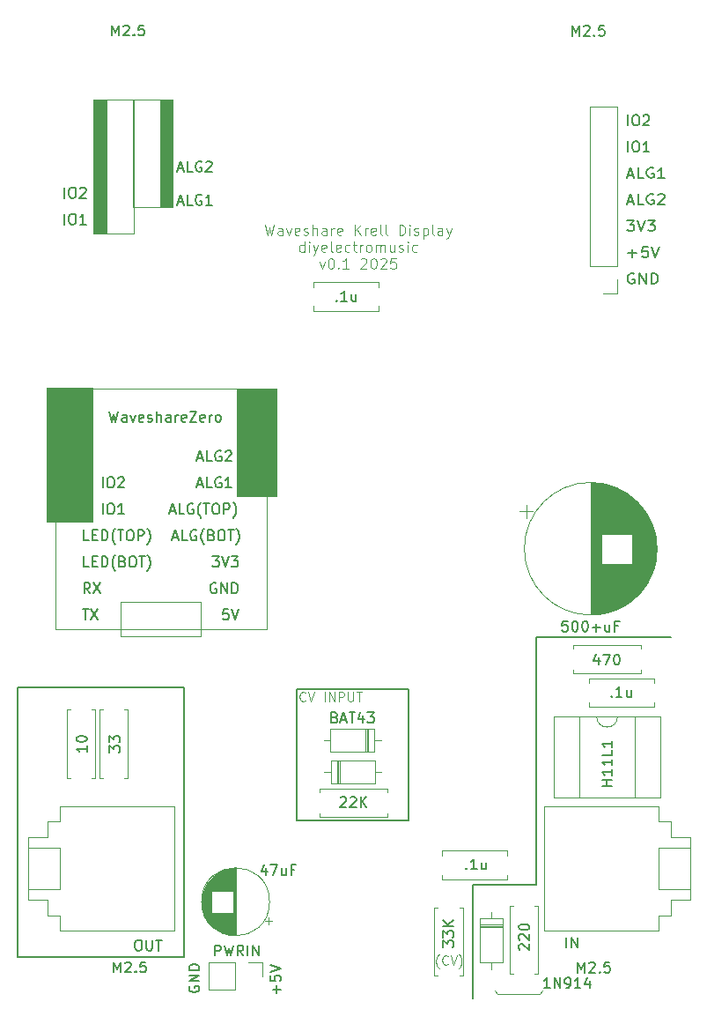
<source format=gbr>
%TF.GenerationSoftware,KiCad,Pcbnew,8.0.7*%
%TF.CreationDate,2025-02-23T13:29:02+00:00*%
%TF.ProjectId,WaveshareZeroKrell,57617665-7368-4617-9265-5a65726f4b72,rev?*%
%TF.SameCoordinates,Original*%
%TF.FileFunction,Legend,Top*%
%TF.FilePolarity,Positive*%
%FSLAX46Y46*%
G04 Gerber Fmt 4.6, Leading zero omitted, Abs format (unit mm)*
G04 Created by KiCad (PCBNEW 8.0.7) date 2025-02-23 13:29:02*
%MOMM*%
%LPD*%
G01*
G04 APERTURE LIST*
%ADD10C,0.150000*%
%ADD11C,0.200000*%
%ADD12C,0.100000*%
%ADD13C,0.120000*%
G04 APERTURE END LIST*
D10*
X105836779Y-62104819D02*
X105836779Y-61104819D01*
X106503445Y-61104819D02*
X106693921Y-61104819D01*
X106693921Y-61104819D02*
X106789159Y-61152438D01*
X106789159Y-61152438D02*
X106884397Y-61247676D01*
X106884397Y-61247676D02*
X106932016Y-61438152D01*
X106932016Y-61438152D02*
X106932016Y-61771485D01*
X106932016Y-61771485D02*
X106884397Y-61961961D01*
X106884397Y-61961961D02*
X106789159Y-62057200D01*
X106789159Y-62057200D02*
X106693921Y-62104819D01*
X106693921Y-62104819D02*
X106503445Y-62104819D01*
X106503445Y-62104819D02*
X106408207Y-62057200D01*
X106408207Y-62057200D02*
X106312969Y-61961961D01*
X106312969Y-61961961D02*
X106265350Y-61771485D01*
X106265350Y-61771485D02*
X106265350Y-61438152D01*
X106265350Y-61438152D02*
X106312969Y-61247676D01*
X106312969Y-61247676D02*
X106408207Y-61152438D01*
X106408207Y-61152438D02*
X106503445Y-61104819D01*
X107312969Y-61200057D02*
X107360588Y-61152438D01*
X107360588Y-61152438D02*
X107455826Y-61104819D01*
X107455826Y-61104819D02*
X107693921Y-61104819D01*
X107693921Y-61104819D02*
X107789159Y-61152438D01*
X107789159Y-61152438D02*
X107836778Y-61200057D01*
X107836778Y-61200057D02*
X107884397Y-61295295D01*
X107884397Y-61295295D02*
X107884397Y-61390533D01*
X107884397Y-61390533D02*
X107836778Y-61533390D01*
X107836778Y-61533390D02*
X107265350Y-62104819D01*
X107265350Y-62104819D02*
X107884397Y-62104819D01*
X105836779Y-64634819D02*
X105836779Y-63634819D01*
X106503445Y-63634819D02*
X106693921Y-63634819D01*
X106693921Y-63634819D02*
X106789159Y-63682438D01*
X106789159Y-63682438D02*
X106884397Y-63777676D01*
X106884397Y-63777676D02*
X106932016Y-63968152D01*
X106932016Y-63968152D02*
X106932016Y-64301485D01*
X106932016Y-64301485D02*
X106884397Y-64491961D01*
X106884397Y-64491961D02*
X106789159Y-64587200D01*
X106789159Y-64587200D02*
X106693921Y-64634819D01*
X106693921Y-64634819D02*
X106503445Y-64634819D01*
X106503445Y-64634819D02*
X106408207Y-64587200D01*
X106408207Y-64587200D02*
X106312969Y-64491961D01*
X106312969Y-64491961D02*
X106265350Y-64301485D01*
X106265350Y-64301485D02*
X106265350Y-63968152D01*
X106265350Y-63968152D02*
X106312969Y-63777676D01*
X106312969Y-63777676D02*
X106408207Y-63682438D01*
X106408207Y-63682438D02*
X106503445Y-63634819D01*
X107884397Y-64634819D02*
X107312969Y-64634819D01*
X107598683Y-64634819D02*
X107598683Y-63634819D01*
X107598683Y-63634819D02*
X107503445Y-63777676D01*
X107503445Y-63777676D02*
X107408207Y-63872914D01*
X107408207Y-63872914D02*
X107312969Y-63920533D01*
X62589160Y-66269104D02*
X63065350Y-66269104D01*
X62493922Y-66554819D02*
X62827255Y-65554819D01*
X62827255Y-65554819D02*
X63160588Y-66554819D01*
X63970112Y-66554819D02*
X63493922Y-66554819D01*
X63493922Y-66554819D02*
X63493922Y-65554819D01*
X64827255Y-65602438D02*
X64732017Y-65554819D01*
X64732017Y-65554819D02*
X64589160Y-65554819D01*
X64589160Y-65554819D02*
X64446303Y-65602438D01*
X64446303Y-65602438D02*
X64351065Y-65697676D01*
X64351065Y-65697676D02*
X64303446Y-65792914D01*
X64303446Y-65792914D02*
X64255827Y-65983390D01*
X64255827Y-65983390D02*
X64255827Y-66126247D01*
X64255827Y-66126247D02*
X64303446Y-66316723D01*
X64303446Y-66316723D02*
X64351065Y-66411961D01*
X64351065Y-66411961D02*
X64446303Y-66507200D01*
X64446303Y-66507200D02*
X64589160Y-66554819D01*
X64589160Y-66554819D02*
X64684398Y-66554819D01*
X64684398Y-66554819D02*
X64827255Y-66507200D01*
X64827255Y-66507200D02*
X64874874Y-66459580D01*
X64874874Y-66459580D02*
X64874874Y-66126247D01*
X64874874Y-66126247D02*
X64684398Y-66126247D01*
X65255827Y-65650057D02*
X65303446Y-65602438D01*
X65303446Y-65602438D02*
X65398684Y-65554819D01*
X65398684Y-65554819D02*
X65636779Y-65554819D01*
X65636779Y-65554819D02*
X65732017Y-65602438D01*
X65732017Y-65602438D02*
X65779636Y-65650057D01*
X65779636Y-65650057D02*
X65827255Y-65745295D01*
X65827255Y-65745295D02*
X65827255Y-65840533D01*
X65827255Y-65840533D02*
X65779636Y-65983390D01*
X65779636Y-65983390D02*
X65208208Y-66554819D01*
X65208208Y-66554819D02*
X65827255Y-66554819D01*
X62589160Y-69469104D02*
X63065350Y-69469104D01*
X62493922Y-69754819D02*
X62827255Y-68754819D01*
X62827255Y-68754819D02*
X63160588Y-69754819D01*
X63970112Y-69754819D02*
X63493922Y-69754819D01*
X63493922Y-69754819D02*
X63493922Y-68754819D01*
X64827255Y-68802438D02*
X64732017Y-68754819D01*
X64732017Y-68754819D02*
X64589160Y-68754819D01*
X64589160Y-68754819D02*
X64446303Y-68802438D01*
X64446303Y-68802438D02*
X64351065Y-68897676D01*
X64351065Y-68897676D02*
X64303446Y-68992914D01*
X64303446Y-68992914D02*
X64255827Y-69183390D01*
X64255827Y-69183390D02*
X64255827Y-69326247D01*
X64255827Y-69326247D02*
X64303446Y-69516723D01*
X64303446Y-69516723D02*
X64351065Y-69611961D01*
X64351065Y-69611961D02*
X64446303Y-69707200D01*
X64446303Y-69707200D02*
X64589160Y-69754819D01*
X64589160Y-69754819D02*
X64684398Y-69754819D01*
X64684398Y-69754819D02*
X64827255Y-69707200D01*
X64827255Y-69707200D02*
X64874874Y-69659580D01*
X64874874Y-69659580D02*
X64874874Y-69326247D01*
X64874874Y-69326247D02*
X64684398Y-69326247D01*
X65827255Y-69754819D02*
X65255827Y-69754819D01*
X65541541Y-69754819D02*
X65541541Y-68754819D01*
X65541541Y-68754819D02*
X65446303Y-68897676D01*
X65446303Y-68897676D02*
X65351065Y-68992914D01*
X65351065Y-68992914D02*
X65255827Y-69040533D01*
X64472744Y-94074104D02*
X64948934Y-94074104D01*
X64377506Y-94359819D02*
X64710839Y-93359819D01*
X64710839Y-93359819D02*
X65044172Y-94359819D01*
X65853696Y-94359819D02*
X65377506Y-94359819D01*
X65377506Y-94359819D02*
X65377506Y-93359819D01*
X66710839Y-93407438D02*
X66615601Y-93359819D01*
X66615601Y-93359819D02*
X66472744Y-93359819D01*
X66472744Y-93359819D02*
X66329887Y-93407438D01*
X66329887Y-93407438D02*
X66234649Y-93502676D01*
X66234649Y-93502676D02*
X66187030Y-93597914D01*
X66187030Y-93597914D02*
X66139411Y-93788390D01*
X66139411Y-93788390D02*
X66139411Y-93931247D01*
X66139411Y-93931247D02*
X66187030Y-94121723D01*
X66187030Y-94121723D02*
X66234649Y-94216961D01*
X66234649Y-94216961D02*
X66329887Y-94312200D01*
X66329887Y-94312200D02*
X66472744Y-94359819D01*
X66472744Y-94359819D02*
X66567982Y-94359819D01*
X66567982Y-94359819D02*
X66710839Y-94312200D01*
X66710839Y-94312200D02*
X66758458Y-94264580D01*
X66758458Y-94264580D02*
X66758458Y-93931247D01*
X66758458Y-93931247D02*
X66567982Y-93931247D01*
X67139411Y-93455057D02*
X67187030Y-93407438D01*
X67187030Y-93407438D02*
X67282268Y-93359819D01*
X67282268Y-93359819D02*
X67520363Y-93359819D01*
X67520363Y-93359819D02*
X67615601Y-93407438D01*
X67615601Y-93407438D02*
X67663220Y-93455057D01*
X67663220Y-93455057D02*
X67710839Y-93550295D01*
X67710839Y-93550295D02*
X67710839Y-93645533D01*
X67710839Y-93645533D02*
X67663220Y-93788390D01*
X67663220Y-93788390D02*
X67091792Y-94359819D01*
X67091792Y-94359819D02*
X67710839Y-94359819D01*
X64472744Y-96614104D02*
X64948934Y-96614104D01*
X64377506Y-96899819D02*
X64710839Y-95899819D01*
X64710839Y-95899819D02*
X65044172Y-96899819D01*
X65853696Y-96899819D02*
X65377506Y-96899819D01*
X65377506Y-96899819D02*
X65377506Y-95899819D01*
X66710839Y-95947438D02*
X66615601Y-95899819D01*
X66615601Y-95899819D02*
X66472744Y-95899819D01*
X66472744Y-95899819D02*
X66329887Y-95947438D01*
X66329887Y-95947438D02*
X66234649Y-96042676D01*
X66234649Y-96042676D02*
X66187030Y-96137914D01*
X66187030Y-96137914D02*
X66139411Y-96328390D01*
X66139411Y-96328390D02*
X66139411Y-96471247D01*
X66139411Y-96471247D02*
X66187030Y-96661723D01*
X66187030Y-96661723D02*
X66234649Y-96756961D01*
X66234649Y-96756961D02*
X66329887Y-96852200D01*
X66329887Y-96852200D02*
X66472744Y-96899819D01*
X66472744Y-96899819D02*
X66567982Y-96899819D01*
X66567982Y-96899819D02*
X66710839Y-96852200D01*
X66710839Y-96852200D02*
X66758458Y-96804580D01*
X66758458Y-96804580D02*
X66758458Y-96471247D01*
X66758458Y-96471247D02*
X66567982Y-96471247D01*
X67710839Y-96899819D02*
X67139411Y-96899819D01*
X67425125Y-96899819D02*
X67425125Y-95899819D01*
X67425125Y-95899819D02*
X67329887Y-96042676D01*
X67329887Y-96042676D02*
X67234649Y-96137914D01*
X67234649Y-96137914D02*
X67139411Y-96185533D01*
X51663221Y-69074819D02*
X51663221Y-68074819D01*
X52329887Y-68074819D02*
X52520363Y-68074819D01*
X52520363Y-68074819D02*
X52615601Y-68122438D01*
X52615601Y-68122438D02*
X52710839Y-68217676D01*
X52710839Y-68217676D02*
X52758458Y-68408152D01*
X52758458Y-68408152D02*
X52758458Y-68741485D01*
X52758458Y-68741485D02*
X52710839Y-68931961D01*
X52710839Y-68931961D02*
X52615601Y-69027200D01*
X52615601Y-69027200D02*
X52520363Y-69074819D01*
X52520363Y-69074819D02*
X52329887Y-69074819D01*
X52329887Y-69074819D02*
X52234649Y-69027200D01*
X52234649Y-69027200D02*
X52139411Y-68931961D01*
X52139411Y-68931961D02*
X52091792Y-68741485D01*
X52091792Y-68741485D02*
X52091792Y-68408152D01*
X52091792Y-68408152D02*
X52139411Y-68217676D01*
X52139411Y-68217676D02*
X52234649Y-68122438D01*
X52234649Y-68122438D02*
X52329887Y-68074819D01*
X53139411Y-68170057D02*
X53187030Y-68122438D01*
X53187030Y-68122438D02*
X53282268Y-68074819D01*
X53282268Y-68074819D02*
X53520363Y-68074819D01*
X53520363Y-68074819D02*
X53615601Y-68122438D01*
X53615601Y-68122438D02*
X53663220Y-68170057D01*
X53663220Y-68170057D02*
X53710839Y-68265295D01*
X53710839Y-68265295D02*
X53710839Y-68360533D01*
X53710839Y-68360533D02*
X53663220Y-68503390D01*
X53663220Y-68503390D02*
X53091792Y-69074819D01*
X53091792Y-69074819D02*
X53710839Y-69074819D01*
X51663221Y-71614819D02*
X51663221Y-70614819D01*
X52329887Y-70614819D02*
X52520363Y-70614819D01*
X52520363Y-70614819D02*
X52615601Y-70662438D01*
X52615601Y-70662438D02*
X52710839Y-70757676D01*
X52710839Y-70757676D02*
X52758458Y-70948152D01*
X52758458Y-70948152D02*
X52758458Y-71281485D01*
X52758458Y-71281485D02*
X52710839Y-71471961D01*
X52710839Y-71471961D02*
X52615601Y-71567200D01*
X52615601Y-71567200D02*
X52520363Y-71614819D01*
X52520363Y-71614819D02*
X52329887Y-71614819D01*
X52329887Y-71614819D02*
X52234649Y-71567200D01*
X52234649Y-71567200D02*
X52139411Y-71471961D01*
X52139411Y-71471961D02*
X52091792Y-71281485D01*
X52091792Y-71281485D02*
X52091792Y-70948152D01*
X52091792Y-70948152D02*
X52139411Y-70757676D01*
X52139411Y-70757676D02*
X52234649Y-70662438D01*
X52234649Y-70662438D02*
X52329887Y-70614819D01*
X53710839Y-71614819D02*
X53139411Y-71614819D01*
X53425125Y-71614819D02*
X53425125Y-70614819D01*
X53425125Y-70614819D02*
X53329887Y-70757676D01*
X53329887Y-70757676D02*
X53234649Y-70852914D01*
X53234649Y-70852914D02*
X53139411Y-70900533D01*
X55336779Y-96899819D02*
X55336779Y-95899819D01*
X56003445Y-95899819D02*
X56193921Y-95899819D01*
X56193921Y-95899819D02*
X56289159Y-95947438D01*
X56289159Y-95947438D02*
X56384397Y-96042676D01*
X56384397Y-96042676D02*
X56432016Y-96233152D01*
X56432016Y-96233152D02*
X56432016Y-96566485D01*
X56432016Y-96566485D02*
X56384397Y-96756961D01*
X56384397Y-96756961D02*
X56289159Y-96852200D01*
X56289159Y-96852200D02*
X56193921Y-96899819D01*
X56193921Y-96899819D02*
X56003445Y-96899819D01*
X56003445Y-96899819D02*
X55908207Y-96852200D01*
X55908207Y-96852200D02*
X55812969Y-96756961D01*
X55812969Y-96756961D02*
X55765350Y-96566485D01*
X55765350Y-96566485D02*
X55765350Y-96233152D01*
X55765350Y-96233152D02*
X55812969Y-96042676D01*
X55812969Y-96042676D02*
X55908207Y-95947438D01*
X55908207Y-95947438D02*
X56003445Y-95899819D01*
X56812969Y-95995057D02*
X56860588Y-95947438D01*
X56860588Y-95947438D02*
X56955826Y-95899819D01*
X56955826Y-95899819D02*
X57193921Y-95899819D01*
X57193921Y-95899819D02*
X57289159Y-95947438D01*
X57289159Y-95947438D02*
X57336778Y-95995057D01*
X57336778Y-95995057D02*
X57384397Y-96090295D01*
X57384397Y-96090295D02*
X57384397Y-96185533D01*
X57384397Y-96185533D02*
X57336778Y-96328390D01*
X57336778Y-96328390D02*
X56765350Y-96899819D01*
X56765350Y-96899819D02*
X57384397Y-96899819D01*
X55336779Y-99439819D02*
X55336779Y-98439819D01*
X56003445Y-98439819D02*
X56193921Y-98439819D01*
X56193921Y-98439819D02*
X56289159Y-98487438D01*
X56289159Y-98487438D02*
X56384397Y-98582676D01*
X56384397Y-98582676D02*
X56432016Y-98773152D01*
X56432016Y-98773152D02*
X56432016Y-99106485D01*
X56432016Y-99106485D02*
X56384397Y-99296961D01*
X56384397Y-99296961D02*
X56289159Y-99392200D01*
X56289159Y-99392200D02*
X56193921Y-99439819D01*
X56193921Y-99439819D02*
X56003445Y-99439819D01*
X56003445Y-99439819D02*
X55908207Y-99392200D01*
X55908207Y-99392200D02*
X55812969Y-99296961D01*
X55812969Y-99296961D02*
X55765350Y-99106485D01*
X55765350Y-99106485D02*
X55765350Y-98773152D01*
X55765350Y-98773152D02*
X55812969Y-98582676D01*
X55812969Y-98582676D02*
X55908207Y-98487438D01*
X55908207Y-98487438D02*
X56003445Y-98439819D01*
X57384397Y-99439819D02*
X56812969Y-99439819D01*
X57098683Y-99439819D02*
X57098683Y-98439819D01*
X57098683Y-98439819D02*
X57003445Y-98582676D01*
X57003445Y-98582676D02*
X56908207Y-98677914D01*
X56908207Y-98677914D02*
X56812969Y-98725533D01*
X106436779Y-76367438D02*
X106332017Y-76319819D01*
X106332017Y-76319819D02*
X106174874Y-76319819D01*
X106174874Y-76319819D02*
X106017731Y-76367438D01*
X106017731Y-76367438D02*
X105912969Y-76462676D01*
X105912969Y-76462676D02*
X105860588Y-76557914D01*
X105860588Y-76557914D02*
X105808207Y-76748390D01*
X105808207Y-76748390D02*
X105808207Y-76891247D01*
X105808207Y-76891247D02*
X105860588Y-77081723D01*
X105860588Y-77081723D02*
X105912969Y-77176961D01*
X105912969Y-77176961D02*
X106017731Y-77272200D01*
X106017731Y-77272200D02*
X106174874Y-77319819D01*
X106174874Y-77319819D02*
X106279636Y-77319819D01*
X106279636Y-77319819D02*
X106436779Y-77272200D01*
X106436779Y-77272200D02*
X106489160Y-77224580D01*
X106489160Y-77224580D02*
X106489160Y-76891247D01*
X106489160Y-76891247D02*
X106279636Y-76891247D01*
X106960588Y-77319819D02*
X106960588Y-76319819D01*
X106960588Y-76319819D02*
X107589160Y-77319819D01*
X107589160Y-77319819D02*
X107589160Y-76319819D01*
X108112969Y-77319819D02*
X108112969Y-76319819D01*
X108112969Y-76319819D02*
X108374874Y-76319819D01*
X108374874Y-76319819D02*
X108532017Y-76367438D01*
X108532017Y-76367438D02*
X108636779Y-76462676D01*
X108636779Y-76462676D02*
X108689160Y-76557914D01*
X108689160Y-76557914D02*
X108741541Y-76748390D01*
X108741541Y-76748390D02*
X108741541Y-76891247D01*
X108741541Y-76891247D02*
X108689160Y-77081723D01*
X108689160Y-77081723D02*
X108636779Y-77176961D01*
X108636779Y-77176961D02*
X108532017Y-77272200D01*
X108532017Y-77272200D02*
X108374874Y-77319819D01*
X108374874Y-77319819D02*
X108112969Y-77319819D01*
X105860588Y-74398866D02*
X106698684Y-74398866D01*
X106279636Y-74779819D02*
X106279636Y-74017914D01*
X107746303Y-73779819D02*
X107222493Y-73779819D01*
X107222493Y-73779819D02*
X107170112Y-74256009D01*
X107170112Y-74256009D02*
X107222493Y-74208390D01*
X107222493Y-74208390D02*
X107327255Y-74160771D01*
X107327255Y-74160771D02*
X107589160Y-74160771D01*
X107589160Y-74160771D02*
X107693922Y-74208390D01*
X107693922Y-74208390D02*
X107746303Y-74256009D01*
X107746303Y-74256009D02*
X107798684Y-74351247D01*
X107798684Y-74351247D02*
X107798684Y-74589342D01*
X107798684Y-74589342D02*
X107746303Y-74684580D01*
X107746303Y-74684580D02*
X107693922Y-74732200D01*
X107693922Y-74732200D02*
X107589160Y-74779819D01*
X107589160Y-74779819D02*
X107327255Y-74779819D01*
X107327255Y-74779819D02*
X107222493Y-74732200D01*
X107222493Y-74732200D02*
X107170112Y-74684580D01*
X108112969Y-73779819D02*
X108479636Y-74779819D01*
X108479636Y-74779819D02*
X108846303Y-73779819D01*
X105755826Y-71239819D02*
X106436779Y-71239819D01*
X106436779Y-71239819D02*
X106070112Y-71620771D01*
X106070112Y-71620771D02*
X106227255Y-71620771D01*
X106227255Y-71620771D02*
X106332017Y-71668390D01*
X106332017Y-71668390D02*
X106384398Y-71716009D01*
X106384398Y-71716009D02*
X106436779Y-71811247D01*
X106436779Y-71811247D02*
X106436779Y-72049342D01*
X106436779Y-72049342D02*
X106384398Y-72144580D01*
X106384398Y-72144580D02*
X106332017Y-72192200D01*
X106332017Y-72192200D02*
X106227255Y-72239819D01*
X106227255Y-72239819D02*
X105912969Y-72239819D01*
X105912969Y-72239819D02*
X105808207Y-72192200D01*
X105808207Y-72192200D02*
X105755826Y-72144580D01*
X106751064Y-71239819D02*
X107117731Y-72239819D01*
X107117731Y-72239819D02*
X107484398Y-71239819D01*
X107746302Y-71239819D02*
X108427255Y-71239819D01*
X108427255Y-71239819D02*
X108060588Y-71620771D01*
X108060588Y-71620771D02*
X108217731Y-71620771D01*
X108217731Y-71620771D02*
X108322493Y-71668390D01*
X108322493Y-71668390D02*
X108374874Y-71716009D01*
X108374874Y-71716009D02*
X108427255Y-71811247D01*
X108427255Y-71811247D02*
X108427255Y-72049342D01*
X108427255Y-72049342D02*
X108374874Y-72144580D01*
X108374874Y-72144580D02*
X108322493Y-72192200D01*
X108322493Y-72192200D02*
X108217731Y-72239819D01*
X108217731Y-72239819D02*
X107903445Y-72239819D01*
X107903445Y-72239819D02*
X107798683Y-72192200D01*
X107798683Y-72192200D02*
X107746302Y-72144580D01*
X105808207Y-69414104D02*
X106332017Y-69414104D01*
X105703445Y-69699819D02*
X106070112Y-68699819D01*
X106070112Y-68699819D02*
X106436779Y-69699819D01*
X107327255Y-69699819D02*
X106803445Y-69699819D01*
X106803445Y-69699819D02*
X106803445Y-68699819D01*
X108270112Y-68747438D02*
X108165350Y-68699819D01*
X108165350Y-68699819D02*
X108008207Y-68699819D01*
X108008207Y-68699819D02*
X107851064Y-68747438D01*
X107851064Y-68747438D02*
X107746302Y-68842676D01*
X107746302Y-68842676D02*
X107693921Y-68937914D01*
X107693921Y-68937914D02*
X107641540Y-69128390D01*
X107641540Y-69128390D02*
X107641540Y-69271247D01*
X107641540Y-69271247D02*
X107693921Y-69461723D01*
X107693921Y-69461723D02*
X107746302Y-69556961D01*
X107746302Y-69556961D02*
X107851064Y-69652200D01*
X107851064Y-69652200D02*
X108008207Y-69699819D01*
X108008207Y-69699819D02*
X108112969Y-69699819D01*
X108112969Y-69699819D02*
X108270112Y-69652200D01*
X108270112Y-69652200D02*
X108322493Y-69604580D01*
X108322493Y-69604580D02*
X108322493Y-69271247D01*
X108322493Y-69271247D02*
X108112969Y-69271247D01*
X108741540Y-68795057D02*
X108793921Y-68747438D01*
X108793921Y-68747438D02*
X108898683Y-68699819D01*
X108898683Y-68699819D02*
X109160588Y-68699819D01*
X109160588Y-68699819D02*
X109265350Y-68747438D01*
X109265350Y-68747438D02*
X109317731Y-68795057D01*
X109317731Y-68795057D02*
X109370112Y-68890295D01*
X109370112Y-68890295D02*
X109370112Y-68985533D01*
X109370112Y-68985533D02*
X109317731Y-69128390D01*
X109317731Y-69128390D02*
X108689159Y-69699819D01*
X108689159Y-69699819D02*
X109370112Y-69699819D01*
X105808207Y-66874104D02*
X106332017Y-66874104D01*
X105703445Y-67159819D02*
X106070112Y-66159819D01*
X106070112Y-66159819D02*
X106436779Y-67159819D01*
X107327255Y-67159819D02*
X106803445Y-67159819D01*
X106803445Y-67159819D02*
X106803445Y-66159819D01*
X108270112Y-66207438D02*
X108165350Y-66159819D01*
X108165350Y-66159819D02*
X108008207Y-66159819D01*
X108008207Y-66159819D02*
X107851064Y-66207438D01*
X107851064Y-66207438D02*
X107746302Y-66302676D01*
X107746302Y-66302676D02*
X107693921Y-66397914D01*
X107693921Y-66397914D02*
X107641540Y-66588390D01*
X107641540Y-66588390D02*
X107641540Y-66731247D01*
X107641540Y-66731247D02*
X107693921Y-66921723D01*
X107693921Y-66921723D02*
X107746302Y-67016961D01*
X107746302Y-67016961D02*
X107851064Y-67112200D01*
X107851064Y-67112200D02*
X108008207Y-67159819D01*
X108008207Y-67159819D02*
X108112969Y-67159819D01*
X108112969Y-67159819D02*
X108270112Y-67112200D01*
X108270112Y-67112200D02*
X108322493Y-67064580D01*
X108322493Y-67064580D02*
X108322493Y-66731247D01*
X108322493Y-66731247D02*
X108112969Y-66731247D01*
X109370112Y-67159819D02*
X108741540Y-67159819D01*
X109055826Y-67159819D02*
X109055826Y-66159819D01*
X109055826Y-66159819D02*
X108951064Y-66302676D01*
X108951064Y-66302676D02*
X108846302Y-66397914D01*
X108846302Y-66397914D02*
X108741540Y-66445533D01*
D11*
X47175000Y-116125000D02*
X63175000Y-116125000D01*
X63175000Y-142000000D01*
X47175000Y-142000000D01*
X47175000Y-116125000D01*
D12*
X93300000Y-145550000D02*
X93025000Y-145225000D01*
D11*
X74000000Y-116300000D02*
X84750000Y-116300000D01*
X84750000Y-128900000D01*
X74000000Y-128900000D01*
X74000000Y-116300000D01*
D12*
X97650000Y-145250000D02*
X97350000Y-145550000D01*
X54420000Y-59670000D02*
X55650000Y-59670000D01*
X55650000Y-72505000D01*
X54420000Y-72505000D01*
X54420000Y-59670000D01*
G36*
X54420000Y-59670000D02*
G01*
X55650000Y-59670000D01*
X55650000Y-72505000D01*
X54420000Y-72505000D01*
X54420000Y-59670000D01*
G37*
D11*
X97000000Y-135100000D02*
X90925000Y-135100000D01*
X110000000Y-111300000D02*
X97000000Y-111300000D01*
D12*
X49925000Y-87345000D02*
X54330000Y-87345000D01*
X54330000Y-100155000D01*
X49925000Y-100155000D01*
X49925000Y-87345000D01*
G36*
X49925000Y-87345000D02*
G01*
X54330000Y-87345000D01*
X54330000Y-100155000D01*
X49925000Y-100155000D01*
X49925000Y-87345000D01*
G37*
X60870000Y-59650000D02*
X62075000Y-59650000D01*
X62075000Y-69985000D01*
X60870000Y-69985000D01*
X60870000Y-59650000D01*
G36*
X60870000Y-59650000D02*
G01*
X62075000Y-59650000D01*
X62075000Y-69985000D01*
X60870000Y-69985000D01*
X60870000Y-59650000D01*
G37*
D11*
X97000000Y-111300000D02*
X97000000Y-135100000D01*
X90925000Y-135100000D02*
X90925000Y-146000000D01*
D12*
X68245000Y-87390000D02*
X72025000Y-87390000D01*
X72025000Y-97700000D01*
X68245000Y-97700000D01*
X68245000Y-87390000D01*
G36*
X68245000Y-87390000D02*
G01*
X72025000Y-87390000D01*
X72025000Y-97700000D01*
X68245000Y-97700000D01*
X68245000Y-87390000D01*
G37*
X90925000Y-135100000D02*
X90925000Y-135100000D01*
X97325000Y-145550000D02*
X93300000Y-145550000D01*
X90950000Y-145975000D02*
X90950000Y-145975000D01*
D10*
X62082267Y-101694104D02*
X62558457Y-101694104D01*
X61987029Y-101979819D02*
X62320362Y-100979819D01*
X62320362Y-100979819D02*
X62653695Y-101979819D01*
X63463219Y-101979819D02*
X62987029Y-101979819D01*
X62987029Y-101979819D02*
X62987029Y-100979819D01*
X64320362Y-101027438D02*
X64225124Y-100979819D01*
X64225124Y-100979819D02*
X64082267Y-100979819D01*
X64082267Y-100979819D02*
X63939410Y-101027438D01*
X63939410Y-101027438D02*
X63844172Y-101122676D01*
X63844172Y-101122676D02*
X63796553Y-101217914D01*
X63796553Y-101217914D02*
X63748934Y-101408390D01*
X63748934Y-101408390D02*
X63748934Y-101551247D01*
X63748934Y-101551247D02*
X63796553Y-101741723D01*
X63796553Y-101741723D02*
X63844172Y-101836961D01*
X63844172Y-101836961D02*
X63939410Y-101932200D01*
X63939410Y-101932200D02*
X64082267Y-101979819D01*
X64082267Y-101979819D02*
X64177505Y-101979819D01*
X64177505Y-101979819D02*
X64320362Y-101932200D01*
X64320362Y-101932200D02*
X64367981Y-101884580D01*
X64367981Y-101884580D02*
X64367981Y-101551247D01*
X64367981Y-101551247D02*
X64177505Y-101551247D01*
X65082267Y-102360771D02*
X65034648Y-102313152D01*
X65034648Y-102313152D02*
X64939410Y-102170295D01*
X64939410Y-102170295D02*
X64891791Y-102075057D01*
X64891791Y-102075057D02*
X64844172Y-101932200D01*
X64844172Y-101932200D02*
X64796553Y-101694104D01*
X64796553Y-101694104D02*
X64796553Y-101503628D01*
X64796553Y-101503628D02*
X64844172Y-101265533D01*
X64844172Y-101265533D02*
X64891791Y-101122676D01*
X64891791Y-101122676D02*
X64939410Y-101027438D01*
X64939410Y-101027438D02*
X65034648Y-100884580D01*
X65034648Y-100884580D02*
X65082267Y-100836961D01*
X65796553Y-101456009D02*
X65939410Y-101503628D01*
X65939410Y-101503628D02*
X65987029Y-101551247D01*
X65987029Y-101551247D02*
X66034648Y-101646485D01*
X66034648Y-101646485D02*
X66034648Y-101789342D01*
X66034648Y-101789342D02*
X65987029Y-101884580D01*
X65987029Y-101884580D02*
X65939410Y-101932200D01*
X65939410Y-101932200D02*
X65844172Y-101979819D01*
X65844172Y-101979819D02*
X65463220Y-101979819D01*
X65463220Y-101979819D02*
X65463220Y-100979819D01*
X65463220Y-100979819D02*
X65796553Y-100979819D01*
X65796553Y-100979819D02*
X65891791Y-101027438D01*
X65891791Y-101027438D02*
X65939410Y-101075057D01*
X65939410Y-101075057D02*
X65987029Y-101170295D01*
X65987029Y-101170295D02*
X65987029Y-101265533D01*
X65987029Y-101265533D02*
X65939410Y-101360771D01*
X65939410Y-101360771D02*
X65891791Y-101408390D01*
X65891791Y-101408390D02*
X65796553Y-101456009D01*
X65796553Y-101456009D02*
X65463220Y-101456009D01*
X66653696Y-100979819D02*
X66844172Y-100979819D01*
X66844172Y-100979819D02*
X66939410Y-101027438D01*
X66939410Y-101027438D02*
X67034648Y-101122676D01*
X67034648Y-101122676D02*
X67082267Y-101313152D01*
X67082267Y-101313152D02*
X67082267Y-101646485D01*
X67082267Y-101646485D02*
X67034648Y-101836961D01*
X67034648Y-101836961D02*
X66939410Y-101932200D01*
X66939410Y-101932200D02*
X66844172Y-101979819D01*
X66844172Y-101979819D02*
X66653696Y-101979819D01*
X66653696Y-101979819D02*
X66558458Y-101932200D01*
X66558458Y-101932200D02*
X66463220Y-101836961D01*
X66463220Y-101836961D02*
X66415601Y-101646485D01*
X66415601Y-101646485D02*
X66415601Y-101313152D01*
X66415601Y-101313152D02*
X66463220Y-101122676D01*
X66463220Y-101122676D02*
X66558458Y-101027438D01*
X66558458Y-101027438D02*
X66653696Y-100979819D01*
X67367982Y-100979819D02*
X67939410Y-100979819D01*
X67653696Y-101979819D02*
X67653696Y-100979819D01*
X68177506Y-102360771D02*
X68225125Y-102313152D01*
X68225125Y-102313152D02*
X68320363Y-102170295D01*
X68320363Y-102170295D02*
X68367982Y-102075057D01*
X68367982Y-102075057D02*
X68415601Y-101932200D01*
X68415601Y-101932200D02*
X68463220Y-101694104D01*
X68463220Y-101694104D02*
X68463220Y-101503628D01*
X68463220Y-101503628D02*
X68415601Y-101265533D01*
X68415601Y-101265533D02*
X68367982Y-101122676D01*
X68367982Y-101122676D02*
X68320363Y-101027438D01*
X68320363Y-101027438D02*
X68225125Y-100884580D01*
X68225125Y-100884580D02*
X68177506Y-100836961D01*
X54012969Y-101979819D02*
X53536779Y-101979819D01*
X53536779Y-101979819D02*
X53536779Y-100979819D01*
X54346303Y-101456009D02*
X54679636Y-101456009D01*
X54822493Y-101979819D02*
X54346303Y-101979819D01*
X54346303Y-101979819D02*
X54346303Y-100979819D01*
X54346303Y-100979819D02*
X54822493Y-100979819D01*
X55251065Y-101979819D02*
X55251065Y-100979819D01*
X55251065Y-100979819D02*
X55489160Y-100979819D01*
X55489160Y-100979819D02*
X55632017Y-101027438D01*
X55632017Y-101027438D02*
X55727255Y-101122676D01*
X55727255Y-101122676D02*
X55774874Y-101217914D01*
X55774874Y-101217914D02*
X55822493Y-101408390D01*
X55822493Y-101408390D02*
X55822493Y-101551247D01*
X55822493Y-101551247D02*
X55774874Y-101741723D01*
X55774874Y-101741723D02*
X55727255Y-101836961D01*
X55727255Y-101836961D02*
X55632017Y-101932200D01*
X55632017Y-101932200D02*
X55489160Y-101979819D01*
X55489160Y-101979819D02*
X55251065Y-101979819D01*
X56536779Y-102360771D02*
X56489160Y-102313152D01*
X56489160Y-102313152D02*
X56393922Y-102170295D01*
X56393922Y-102170295D02*
X56346303Y-102075057D01*
X56346303Y-102075057D02*
X56298684Y-101932200D01*
X56298684Y-101932200D02*
X56251065Y-101694104D01*
X56251065Y-101694104D02*
X56251065Y-101503628D01*
X56251065Y-101503628D02*
X56298684Y-101265533D01*
X56298684Y-101265533D02*
X56346303Y-101122676D01*
X56346303Y-101122676D02*
X56393922Y-101027438D01*
X56393922Y-101027438D02*
X56489160Y-100884580D01*
X56489160Y-100884580D02*
X56536779Y-100836961D01*
X56774875Y-100979819D02*
X57346303Y-100979819D01*
X57060589Y-101979819D02*
X57060589Y-100979819D01*
X57870113Y-100979819D02*
X58060589Y-100979819D01*
X58060589Y-100979819D02*
X58155827Y-101027438D01*
X58155827Y-101027438D02*
X58251065Y-101122676D01*
X58251065Y-101122676D02*
X58298684Y-101313152D01*
X58298684Y-101313152D02*
X58298684Y-101646485D01*
X58298684Y-101646485D02*
X58251065Y-101836961D01*
X58251065Y-101836961D02*
X58155827Y-101932200D01*
X58155827Y-101932200D02*
X58060589Y-101979819D01*
X58060589Y-101979819D02*
X57870113Y-101979819D01*
X57870113Y-101979819D02*
X57774875Y-101932200D01*
X57774875Y-101932200D02*
X57679637Y-101836961D01*
X57679637Y-101836961D02*
X57632018Y-101646485D01*
X57632018Y-101646485D02*
X57632018Y-101313152D01*
X57632018Y-101313152D02*
X57679637Y-101122676D01*
X57679637Y-101122676D02*
X57774875Y-101027438D01*
X57774875Y-101027438D02*
X57870113Y-100979819D01*
X58727256Y-101979819D02*
X58727256Y-100979819D01*
X58727256Y-100979819D02*
X59108208Y-100979819D01*
X59108208Y-100979819D02*
X59203446Y-101027438D01*
X59203446Y-101027438D02*
X59251065Y-101075057D01*
X59251065Y-101075057D02*
X59298684Y-101170295D01*
X59298684Y-101170295D02*
X59298684Y-101313152D01*
X59298684Y-101313152D02*
X59251065Y-101408390D01*
X59251065Y-101408390D02*
X59203446Y-101456009D01*
X59203446Y-101456009D02*
X59108208Y-101503628D01*
X59108208Y-101503628D02*
X58727256Y-101503628D01*
X59632018Y-102360771D02*
X59679637Y-102313152D01*
X59679637Y-102313152D02*
X59774875Y-102170295D01*
X59774875Y-102170295D02*
X59822494Y-102075057D01*
X59822494Y-102075057D02*
X59870113Y-101932200D01*
X59870113Y-101932200D02*
X59917732Y-101694104D01*
X59917732Y-101694104D02*
X59917732Y-101503628D01*
X59917732Y-101503628D02*
X59870113Y-101265533D01*
X59870113Y-101265533D02*
X59822494Y-101122676D01*
X59822494Y-101122676D02*
X59774875Y-101027438D01*
X59774875Y-101027438D02*
X59679637Y-100884580D01*
X59679637Y-100884580D02*
X59632018Y-100836961D01*
D12*
X87662217Y-143102514D02*
X87619360Y-143059657D01*
X87619360Y-143059657D02*
X87533646Y-142931085D01*
X87533646Y-142931085D02*
X87490789Y-142845371D01*
X87490789Y-142845371D02*
X87447931Y-142716800D01*
X87447931Y-142716800D02*
X87405074Y-142502514D01*
X87405074Y-142502514D02*
X87405074Y-142331085D01*
X87405074Y-142331085D02*
X87447931Y-142116800D01*
X87447931Y-142116800D02*
X87490789Y-141988228D01*
X87490789Y-141988228D02*
X87533646Y-141902514D01*
X87533646Y-141902514D02*
X87619360Y-141773942D01*
X87619360Y-141773942D02*
X87662217Y-141731085D01*
X88519360Y-142673942D02*
X88476503Y-142716800D01*
X88476503Y-142716800D02*
X88347931Y-142759657D01*
X88347931Y-142759657D02*
X88262217Y-142759657D01*
X88262217Y-142759657D02*
X88133646Y-142716800D01*
X88133646Y-142716800D02*
X88047931Y-142631085D01*
X88047931Y-142631085D02*
X88005074Y-142545371D01*
X88005074Y-142545371D02*
X87962217Y-142373942D01*
X87962217Y-142373942D02*
X87962217Y-142245371D01*
X87962217Y-142245371D02*
X88005074Y-142073942D01*
X88005074Y-142073942D02*
X88047931Y-141988228D01*
X88047931Y-141988228D02*
X88133646Y-141902514D01*
X88133646Y-141902514D02*
X88262217Y-141859657D01*
X88262217Y-141859657D02*
X88347931Y-141859657D01*
X88347931Y-141859657D02*
X88476503Y-141902514D01*
X88476503Y-141902514D02*
X88519360Y-141945371D01*
X88776503Y-141859657D02*
X89076503Y-142759657D01*
X89076503Y-142759657D02*
X89376503Y-141859657D01*
X89590789Y-143102514D02*
X89633646Y-143059657D01*
X89633646Y-143059657D02*
X89719360Y-142931085D01*
X89719360Y-142931085D02*
X89762218Y-142845371D01*
X89762218Y-142845371D02*
X89805075Y-142716800D01*
X89805075Y-142716800D02*
X89847932Y-142502514D01*
X89847932Y-142502514D02*
X89847932Y-142331085D01*
X89847932Y-142331085D02*
X89805075Y-142116800D01*
X89805075Y-142116800D02*
X89762218Y-141988228D01*
X89762218Y-141988228D02*
X89719360Y-141902514D01*
X89719360Y-141902514D02*
X89633646Y-141773942D01*
X89633646Y-141773942D02*
X89590789Y-141731085D01*
X70947617Y-71647475D02*
X71185712Y-72647475D01*
X71185712Y-72647475D02*
X71376188Y-71933189D01*
X71376188Y-71933189D02*
X71566664Y-72647475D01*
X71566664Y-72647475D02*
X71804760Y-71647475D01*
X72614283Y-72647475D02*
X72614283Y-72123665D01*
X72614283Y-72123665D02*
X72566664Y-72028427D01*
X72566664Y-72028427D02*
X72471426Y-71980808D01*
X72471426Y-71980808D02*
X72280950Y-71980808D01*
X72280950Y-71980808D02*
X72185712Y-72028427D01*
X72614283Y-72599856D02*
X72519045Y-72647475D01*
X72519045Y-72647475D02*
X72280950Y-72647475D01*
X72280950Y-72647475D02*
X72185712Y-72599856D01*
X72185712Y-72599856D02*
X72138093Y-72504617D01*
X72138093Y-72504617D02*
X72138093Y-72409379D01*
X72138093Y-72409379D02*
X72185712Y-72314141D01*
X72185712Y-72314141D02*
X72280950Y-72266522D01*
X72280950Y-72266522D02*
X72519045Y-72266522D01*
X72519045Y-72266522D02*
X72614283Y-72218903D01*
X72995236Y-71980808D02*
X73233331Y-72647475D01*
X73233331Y-72647475D02*
X73471426Y-71980808D01*
X74233331Y-72599856D02*
X74138093Y-72647475D01*
X74138093Y-72647475D02*
X73947617Y-72647475D01*
X73947617Y-72647475D02*
X73852379Y-72599856D01*
X73852379Y-72599856D02*
X73804760Y-72504617D01*
X73804760Y-72504617D02*
X73804760Y-72123665D01*
X73804760Y-72123665D02*
X73852379Y-72028427D01*
X73852379Y-72028427D02*
X73947617Y-71980808D01*
X73947617Y-71980808D02*
X74138093Y-71980808D01*
X74138093Y-71980808D02*
X74233331Y-72028427D01*
X74233331Y-72028427D02*
X74280950Y-72123665D01*
X74280950Y-72123665D02*
X74280950Y-72218903D01*
X74280950Y-72218903D02*
X73804760Y-72314141D01*
X74661903Y-72599856D02*
X74757141Y-72647475D01*
X74757141Y-72647475D02*
X74947617Y-72647475D01*
X74947617Y-72647475D02*
X75042855Y-72599856D01*
X75042855Y-72599856D02*
X75090474Y-72504617D01*
X75090474Y-72504617D02*
X75090474Y-72456998D01*
X75090474Y-72456998D02*
X75042855Y-72361760D01*
X75042855Y-72361760D02*
X74947617Y-72314141D01*
X74947617Y-72314141D02*
X74804760Y-72314141D01*
X74804760Y-72314141D02*
X74709522Y-72266522D01*
X74709522Y-72266522D02*
X74661903Y-72171284D01*
X74661903Y-72171284D02*
X74661903Y-72123665D01*
X74661903Y-72123665D02*
X74709522Y-72028427D01*
X74709522Y-72028427D02*
X74804760Y-71980808D01*
X74804760Y-71980808D02*
X74947617Y-71980808D01*
X74947617Y-71980808D02*
X75042855Y-72028427D01*
X75519046Y-72647475D02*
X75519046Y-71647475D01*
X75947617Y-72647475D02*
X75947617Y-72123665D01*
X75947617Y-72123665D02*
X75899998Y-72028427D01*
X75899998Y-72028427D02*
X75804760Y-71980808D01*
X75804760Y-71980808D02*
X75661903Y-71980808D01*
X75661903Y-71980808D02*
X75566665Y-72028427D01*
X75566665Y-72028427D02*
X75519046Y-72076046D01*
X76852379Y-72647475D02*
X76852379Y-72123665D01*
X76852379Y-72123665D02*
X76804760Y-72028427D01*
X76804760Y-72028427D02*
X76709522Y-71980808D01*
X76709522Y-71980808D02*
X76519046Y-71980808D01*
X76519046Y-71980808D02*
X76423808Y-72028427D01*
X76852379Y-72599856D02*
X76757141Y-72647475D01*
X76757141Y-72647475D02*
X76519046Y-72647475D01*
X76519046Y-72647475D02*
X76423808Y-72599856D01*
X76423808Y-72599856D02*
X76376189Y-72504617D01*
X76376189Y-72504617D02*
X76376189Y-72409379D01*
X76376189Y-72409379D02*
X76423808Y-72314141D01*
X76423808Y-72314141D02*
X76519046Y-72266522D01*
X76519046Y-72266522D02*
X76757141Y-72266522D01*
X76757141Y-72266522D02*
X76852379Y-72218903D01*
X77328570Y-72647475D02*
X77328570Y-71980808D01*
X77328570Y-72171284D02*
X77376189Y-72076046D01*
X77376189Y-72076046D02*
X77423808Y-72028427D01*
X77423808Y-72028427D02*
X77519046Y-71980808D01*
X77519046Y-71980808D02*
X77614284Y-71980808D01*
X78328570Y-72599856D02*
X78233332Y-72647475D01*
X78233332Y-72647475D02*
X78042856Y-72647475D01*
X78042856Y-72647475D02*
X77947618Y-72599856D01*
X77947618Y-72599856D02*
X77899999Y-72504617D01*
X77899999Y-72504617D02*
X77899999Y-72123665D01*
X77899999Y-72123665D02*
X77947618Y-72028427D01*
X77947618Y-72028427D02*
X78042856Y-71980808D01*
X78042856Y-71980808D02*
X78233332Y-71980808D01*
X78233332Y-71980808D02*
X78328570Y-72028427D01*
X78328570Y-72028427D02*
X78376189Y-72123665D01*
X78376189Y-72123665D02*
X78376189Y-72218903D01*
X78376189Y-72218903D02*
X77899999Y-72314141D01*
X79566666Y-72647475D02*
X79566666Y-71647475D01*
X80138094Y-72647475D02*
X79709523Y-72076046D01*
X80138094Y-71647475D02*
X79566666Y-72218903D01*
X80566666Y-72647475D02*
X80566666Y-71980808D01*
X80566666Y-72171284D02*
X80614285Y-72076046D01*
X80614285Y-72076046D02*
X80661904Y-72028427D01*
X80661904Y-72028427D02*
X80757142Y-71980808D01*
X80757142Y-71980808D02*
X80852380Y-71980808D01*
X81566666Y-72599856D02*
X81471428Y-72647475D01*
X81471428Y-72647475D02*
X81280952Y-72647475D01*
X81280952Y-72647475D02*
X81185714Y-72599856D01*
X81185714Y-72599856D02*
X81138095Y-72504617D01*
X81138095Y-72504617D02*
X81138095Y-72123665D01*
X81138095Y-72123665D02*
X81185714Y-72028427D01*
X81185714Y-72028427D02*
X81280952Y-71980808D01*
X81280952Y-71980808D02*
X81471428Y-71980808D01*
X81471428Y-71980808D02*
X81566666Y-72028427D01*
X81566666Y-72028427D02*
X81614285Y-72123665D01*
X81614285Y-72123665D02*
X81614285Y-72218903D01*
X81614285Y-72218903D02*
X81138095Y-72314141D01*
X82185714Y-72647475D02*
X82090476Y-72599856D01*
X82090476Y-72599856D02*
X82042857Y-72504617D01*
X82042857Y-72504617D02*
X82042857Y-71647475D01*
X82709524Y-72647475D02*
X82614286Y-72599856D01*
X82614286Y-72599856D02*
X82566667Y-72504617D01*
X82566667Y-72504617D02*
X82566667Y-71647475D01*
X83852382Y-72647475D02*
X83852382Y-71647475D01*
X83852382Y-71647475D02*
X84090477Y-71647475D01*
X84090477Y-71647475D02*
X84233334Y-71695094D01*
X84233334Y-71695094D02*
X84328572Y-71790332D01*
X84328572Y-71790332D02*
X84376191Y-71885570D01*
X84376191Y-71885570D02*
X84423810Y-72076046D01*
X84423810Y-72076046D02*
X84423810Y-72218903D01*
X84423810Y-72218903D02*
X84376191Y-72409379D01*
X84376191Y-72409379D02*
X84328572Y-72504617D01*
X84328572Y-72504617D02*
X84233334Y-72599856D01*
X84233334Y-72599856D02*
X84090477Y-72647475D01*
X84090477Y-72647475D02*
X83852382Y-72647475D01*
X84852382Y-72647475D02*
X84852382Y-71980808D01*
X84852382Y-71647475D02*
X84804763Y-71695094D01*
X84804763Y-71695094D02*
X84852382Y-71742713D01*
X84852382Y-71742713D02*
X84900001Y-71695094D01*
X84900001Y-71695094D02*
X84852382Y-71647475D01*
X84852382Y-71647475D02*
X84852382Y-71742713D01*
X85280953Y-72599856D02*
X85376191Y-72647475D01*
X85376191Y-72647475D02*
X85566667Y-72647475D01*
X85566667Y-72647475D02*
X85661905Y-72599856D01*
X85661905Y-72599856D02*
X85709524Y-72504617D01*
X85709524Y-72504617D02*
X85709524Y-72456998D01*
X85709524Y-72456998D02*
X85661905Y-72361760D01*
X85661905Y-72361760D02*
X85566667Y-72314141D01*
X85566667Y-72314141D02*
X85423810Y-72314141D01*
X85423810Y-72314141D02*
X85328572Y-72266522D01*
X85328572Y-72266522D02*
X85280953Y-72171284D01*
X85280953Y-72171284D02*
X85280953Y-72123665D01*
X85280953Y-72123665D02*
X85328572Y-72028427D01*
X85328572Y-72028427D02*
X85423810Y-71980808D01*
X85423810Y-71980808D02*
X85566667Y-71980808D01*
X85566667Y-71980808D02*
X85661905Y-72028427D01*
X86138096Y-71980808D02*
X86138096Y-72980808D01*
X86138096Y-72028427D02*
X86233334Y-71980808D01*
X86233334Y-71980808D02*
X86423810Y-71980808D01*
X86423810Y-71980808D02*
X86519048Y-72028427D01*
X86519048Y-72028427D02*
X86566667Y-72076046D01*
X86566667Y-72076046D02*
X86614286Y-72171284D01*
X86614286Y-72171284D02*
X86614286Y-72456998D01*
X86614286Y-72456998D02*
X86566667Y-72552236D01*
X86566667Y-72552236D02*
X86519048Y-72599856D01*
X86519048Y-72599856D02*
X86423810Y-72647475D01*
X86423810Y-72647475D02*
X86233334Y-72647475D01*
X86233334Y-72647475D02*
X86138096Y-72599856D01*
X87185715Y-72647475D02*
X87090477Y-72599856D01*
X87090477Y-72599856D02*
X87042858Y-72504617D01*
X87042858Y-72504617D02*
X87042858Y-71647475D01*
X87995239Y-72647475D02*
X87995239Y-72123665D01*
X87995239Y-72123665D02*
X87947620Y-72028427D01*
X87947620Y-72028427D02*
X87852382Y-71980808D01*
X87852382Y-71980808D02*
X87661906Y-71980808D01*
X87661906Y-71980808D02*
X87566668Y-72028427D01*
X87995239Y-72599856D02*
X87900001Y-72647475D01*
X87900001Y-72647475D02*
X87661906Y-72647475D01*
X87661906Y-72647475D02*
X87566668Y-72599856D01*
X87566668Y-72599856D02*
X87519049Y-72504617D01*
X87519049Y-72504617D02*
X87519049Y-72409379D01*
X87519049Y-72409379D02*
X87566668Y-72314141D01*
X87566668Y-72314141D02*
X87661906Y-72266522D01*
X87661906Y-72266522D02*
X87900001Y-72266522D01*
X87900001Y-72266522D02*
X87995239Y-72218903D01*
X88376192Y-71980808D02*
X88614287Y-72647475D01*
X88852382Y-71980808D02*
X88614287Y-72647475D01*
X88614287Y-72647475D02*
X88519049Y-72885570D01*
X88519049Y-72885570D02*
X88471430Y-72933189D01*
X88471430Y-72933189D02*
X88376192Y-72980808D01*
X74709523Y-74257419D02*
X74709523Y-73257419D01*
X74709523Y-74209800D02*
X74614285Y-74257419D01*
X74614285Y-74257419D02*
X74423809Y-74257419D01*
X74423809Y-74257419D02*
X74328571Y-74209800D01*
X74328571Y-74209800D02*
X74280952Y-74162180D01*
X74280952Y-74162180D02*
X74233333Y-74066942D01*
X74233333Y-74066942D02*
X74233333Y-73781228D01*
X74233333Y-73781228D02*
X74280952Y-73685990D01*
X74280952Y-73685990D02*
X74328571Y-73638371D01*
X74328571Y-73638371D02*
X74423809Y-73590752D01*
X74423809Y-73590752D02*
X74614285Y-73590752D01*
X74614285Y-73590752D02*
X74709523Y-73638371D01*
X75185714Y-74257419D02*
X75185714Y-73590752D01*
X75185714Y-73257419D02*
X75138095Y-73305038D01*
X75138095Y-73305038D02*
X75185714Y-73352657D01*
X75185714Y-73352657D02*
X75233333Y-73305038D01*
X75233333Y-73305038D02*
X75185714Y-73257419D01*
X75185714Y-73257419D02*
X75185714Y-73352657D01*
X75566666Y-73590752D02*
X75804761Y-74257419D01*
X76042856Y-73590752D02*
X75804761Y-74257419D01*
X75804761Y-74257419D02*
X75709523Y-74495514D01*
X75709523Y-74495514D02*
X75661904Y-74543133D01*
X75661904Y-74543133D02*
X75566666Y-74590752D01*
X76804761Y-74209800D02*
X76709523Y-74257419D01*
X76709523Y-74257419D02*
X76519047Y-74257419D01*
X76519047Y-74257419D02*
X76423809Y-74209800D01*
X76423809Y-74209800D02*
X76376190Y-74114561D01*
X76376190Y-74114561D02*
X76376190Y-73733609D01*
X76376190Y-73733609D02*
X76423809Y-73638371D01*
X76423809Y-73638371D02*
X76519047Y-73590752D01*
X76519047Y-73590752D02*
X76709523Y-73590752D01*
X76709523Y-73590752D02*
X76804761Y-73638371D01*
X76804761Y-73638371D02*
X76852380Y-73733609D01*
X76852380Y-73733609D02*
X76852380Y-73828847D01*
X76852380Y-73828847D02*
X76376190Y-73924085D01*
X77423809Y-74257419D02*
X77328571Y-74209800D01*
X77328571Y-74209800D02*
X77280952Y-74114561D01*
X77280952Y-74114561D02*
X77280952Y-73257419D01*
X78185714Y-74209800D02*
X78090476Y-74257419D01*
X78090476Y-74257419D02*
X77900000Y-74257419D01*
X77900000Y-74257419D02*
X77804762Y-74209800D01*
X77804762Y-74209800D02*
X77757143Y-74114561D01*
X77757143Y-74114561D02*
X77757143Y-73733609D01*
X77757143Y-73733609D02*
X77804762Y-73638371D01*
X77804762Y-73638371D02*
X77900000Y-73590752D01*
X77900000Y-73590752D02*
X78090476Y-73590752D01*
X78090476Y-73590752D02*
X78185714Y-73638371D01*
X78185714Y-73638371D02*
X78233333Y-73733609D01*
X78233333Y-73733609D02*
X78233333Y-73828847D01*
X78233333Y-73828847D02*
X77757143Y-73924085D01*
X79090476Y-74209800D02*
X78995238Y-74257419D01*
X78995238Y-74257419D02*
X78804762Y-74257419D01*
X78804762Y-74257419D02*
X78709524Y-74209800D01*
X78709524Y-74209800D02*
X78661905Y-74162180D01*
X78661905Y-74162180D02*
X78614286Y-74066942D01*
X78614286Y-74066942D02*
X78614286Y-73781228D01*
X78614286Y-73781228D02*
X78661905Y-73685990D01*
X78661905Y-73685990D02*
X78709524Y-73638371D01*
X78709524Y-73638371D02*
X78804762Y-73590752D01*
X78804762Y-73590752D02*
X78995238Y-73590752D01*
X78995238Y-73590752D02*
X79090476Y-73638371D01*
X79376191Y-73590752D02*
X79757143Y-73590752D01*
X79519048Y-73257419D02*
X79519048Y-74114561D01*
X79519048Y-74114561D02*
X79566667Y-74209800D01*
X79566667Y-74209800D02*
X79661905Y-74257419D01*
X79661905Y-74257419D02*
X79757143Y-74257419D01*
X80090477Y-74257419D02*
X80090477Y-73590752D01*
X80090477Y-73781228D02*
X80138096Y-73685990D01*
X80138096Y-73685990D02*
X80185715Y-73638371D01*
X80185715Y-73638371D02*
X80280953Y-73590752D01*
X80280953Y-73590752D02*
X80376191Y-73590752D01*
X80852382Y-74257419D02*
X80757144Y-74209800D01*
X80757144Y-74209800D02*
X80709525Y-74162180D01*
X80709525Y-74162180D02*
X80661906Y-74066942D01*
X80661906Y-74066942D02*
X80661906Y-73781228D01*
X80661906Y-73781228D02*
X80709525Y-73685990D01*
X80709525Y-73685990D02*
X80757144Y-73638371D01*
X80757144Y-73638371D02*
X80852382Y-73590752D01*
X80852382Y-73590752D02*
X80995239Y-73590752D01*
X80995239Y-73590752D02*
X81090477Y-73638371D01*
X81090477Y-73638371D02*
X81138096Y-73685990D01*
X81138096Y-73685990D02*
X81185715Y-73781228D01*
X81185715Y-73781228D02*
X81185715Y-74066942D01*
X81185715Y-74066942D02*
X81138096Y-74162180D01*
X81138096Y-74162180D02*
X81090477Y-74209800D01*
X81090477Y-74209800D02*
X80995239Y-74257419D01*
X80995239Y-74257419D02*
X80852382Y-74257419D01*
X81614287Y-74257419D02*
X81614287Y-73590752D01*
X81614287Y-73685990D02*
X81661906Y-73638371D01*
X81661906Y-73638371D02*
X81757144Y-73590752D01*
X81757144Y-73590752D02*
X81900001Y-73590752D01*
X81900001Y-73590752D02*
X81995239Y-73638371D01*
X81995239Y-73638371D02*
X82042858Y-73733609D01*
X82042858Y-73733609D02*
X82042858Y-74257419D01*
X82042858Y-73733609D02*
X82090477Y-73638371D01*
X82090477Y-73638371D02*
X82185715Y-73590752D01*
X82185715Y-73590752D02*
X82328572Y-73590752D01*
X82328572Y-73590752D02*
X82423811Y-73638371D01*
X82423811Y-73638371D02*
X82471430Y-73733609D01*
X82471430Y-73733609D02*
X82471430Y-74257419D01*
X83376191Y-73590752D02*
X83376191Y-74257419D01*
X82947620Y-73590752D02*
X82947620Y-74114561D01*
X82947620Y-74114561D02*
X82995239Y-74209800D01*
X82995239Y-74209800D02*
X83090477Y-74257419D01*
X83090477Y-74257419D02*
X83233334Y-74257419D01*
X83233334Y-74257419D02*
X83328572Y-74209800D01*
X83328572Y-74209800D02*
X83376191Y-74162180D01*
X83804763Y-74209800D02*
X83900001Y-74257419D01*
X83900001Y-74257419D02*
X84090477Y-74257419D01*
X84090477Y-74257419D02*
X84185715Y-74209800D01*
X84185715Y-74209800D02*
X84233334Y-74114561D01*
X84233334Y-74114561D02*
X84233334Y-74066942D01*
X84233334Y-74066942D02*
X84185715Y-73971704D01*
X84185715Y-73971704D02*
X84090477Y-73924085D01*
X84090477Y-73924085D02*
X83947620Y-73924085D01*
X83947620Y-73924085D02*
X83852382Y-73876466D01*
X83852382Y-73876466D02*
X83804763Y-73781228D01*
X83804763Y-73781228D02*
X83804763Y-73733609D01*
X83804763Y-73733609D02*
X83852382Y-73638371D01*
X83852382Y-73638371D02*
X83947620Y-73590752D01*
X83947620Y-73590752D02*
X84090477Y-73590752D01*
X84090477Y-73590752D02*
X84185715Y-73638371D01*
X84661906Y-74257419D02*
X84661906Y-73590752D01*
X84661906Y-73257419D02*
X84614287Y-73305038D01*
X84614287Y-73305038D02*
X84661906Y-73352657D01*
X84661906Y-73352657D02*
X84709525Y-73305038D01*
X84709525Y-73305038D02*
X84661906Y-73257419D01*
X84661906Y-73257419D02*
X84661906Y-73352657D01*
X85566667Y-74209800D02*
X85471429Y-74257419D01*
X85471429Y-74257419D02*
X85280953Y-74257419D01*
X85280953Y-74257419D02*
X85185715Y-74209800D01*
X85185715Y-74209800D02*
X85138096Y-74162180D01*
X85138096Y-74162180D02*
X85090477Y-74066942D01*
X85090477Y-74066942D02*
X85090477Y-73781228D01*
X85090477Y-73781228D02*
X85138096Y-73685990D01*
X85138096Y-73685990D02*
X85185715Y-73638371D01*
X85185715Y-73638371D02*
X85280953Y-73590752D01*
X85280953Y-73590752D02*
X85471429Y-73590752D01*
X85471429Y-73590752D02*
X85566667Y-73638371D01*
X76185714Y-75200696D02*
X76423809Y-75867363D01*
X76423809Y-75867363D02*
X76661904Y-75200696D01*
X77233333Y-74867363D02*
X77328571Y-74867363D01*
X77328571Y-74867363D02*
X77423809Y-74914982D01*
X77423809Y-74914982D02*
X77471428Y-74962601D01*
X77471428Y-74962601D02*
X77519047Y-75057839D01*
X77519047Y-75057839D02*
X77566666Y-75248315D01*
X77566666Y-75248315D02*
X77566666Y-75486410D01*
X77566666Y-75486410D02*
X77519047Y-75676886D01*
X77519047Y-75676886D02*
X77471428Y-75772124D01*
X77471428Y-75772124D02*
X77423809Y-75819744D01*
X77423809Y-75819744D02*
X77328571Y-75867363D01*
X77328571Y-75867363D02*
X77233333Y-75867363D01*
X77233333Y-75867363D02*
X77138095Y-75819744D01*
X77138095Y-75819744D02*
X77090476Y-75772124D01*
X77090476Y-75772124D02*
X77042857Y-75676886D01*
X77042857Y-75676886D02*
X76995238Y-75486410D01*
X76995238Y-75486410D02*
X76995238Y-75248315D01*
X76995238Y-75248315D02*
X77042857Y-75057839D01*
X77042857Y-75057839D02*
X77090476Y-74962601D01*
X77090476Y-74962601D02*
X77138095Y-74914982D01*
X77138095Y-74914982D02*
X77233333Y-74867363D01*
X77995238Y-75772124D02*
X78042857Y-75819744D01*
X78042857Y-75819744D02*
X77995238Y-75867363D01*
X77995238Y-75867363D02*
X77947619Y-75819744D01*
X77947619Y-75819744D02*
X77995238Y-75772124D01*
X77995238Y-75772124D02*
X77995238Y-75867363D01*
X78995237Y-75867363D02*
X78423809Y-75867363D01*
X78709523Y-75867363D02*
X78709523Y-74867363D01*
X78709523Y-74867363D02*
X78614285Y-75010220D01*
X78614285Y-75010220D02*
X78519047Y-75105458D01*
X78519047Y-75105458D02*
X78423809Y-75153077D01*
X80138095Y-74962601D02*
X80185714Y-74914982D01*
X80185714Y-74914982D02*
X80280952Y-74867363D01*
X80280952Y-74867363D02*
X80519047Y-74867363D01*
X80519047Y-74867363D02*
X80614285Y-74914982D01*
X80614285Y-74914982D02*
X80661904Y-74962601D01*
X80661904Y-74962601D02*
X80709523Y-75057839D01*
X80709523Y-75057839D02*
X80709523Y-75153077D01*
X80709523Y-75153077D02*
X80661904Y-75295934D01*
X80661904Y-75295934D02*
X80090476Y-75867363D01*
X80090476Y-75867363D02*
X80709523Y-75867363D01*
X81328571Y-74867363D02*
X81423809Y-74867363D01*
X81423809Y-74867363D02*
X81519047Y-74914982D01*
X81519047Y-74914982D02*
X81566666Y-74962601D01*
X81566666Y-74962601D02*
X81614285Y-75057839D01*
X81614285Y-75057839D02*
X81661904Y-75248315D01*
X81661904Y-75248315D02*
X81661904Y-75486410D01*
X81661904Y-75486410D02*
X81614285Y-75676886D01*
X81614285Y-75676886D02*
X81566666Y-75772124D01*
X81566666Y-75772124D02*
X81519047Y-75819744D01*
X81519047Y-75819744D02*
X81423809Y-75867363D01*
X81423809Y-75867363D02*
X81328571Y-75867363D01*
X81328571Y-75867363D02*
X81233333Y-75819744D01*
X81233333Y-75819744D02*
X81185714Y-75772124D01*
X81185714Y-75772124D02*
X81138095Y-75676886D01*
X81138095Y-75676886D02*
X81090476Y-75486410D01*
X81090476Y-75486410D02*
X81090476Y-75248315D01*
X81090476Y-75248315D02*
X81138095Y-75057839D01*
X81138095Y-75057839D02*
X81185714Y-74962601D01*
X81185714Y-74962601D02*
X81233333Y-74914982D01*
X81233333Y-74914982D02*
X81328571Y-74867363D01*
X82042857Y-74962601D02*
X82090476Y-74914982D01*
X82090476Y-74914982D02*
X82185714Y-74867363D01*
X82185714Y-74867363D02*
X82423809Y-74867363D01*
X82423809Y-74867363D02*
X82519047Y-74914982D01*
X82519047Y-74914982D02*
X82566666Y-74962601D01*
X82566666Y-74962601D02*
X82614285Y-75057839D01*
X82614285Y-75057839D02*
X82614285Y-75153077D01*
X82614285Y-75153077D02*
X82566666Y-75295934D01*
X82566666Y-75295934D02*
X81995238Y-75867363D01*
X81995238Y-75867363D02*
X82614285Y-75867363D01*
X83519047Y-74867363D02*
X83042857Y-74867363D01*
X83042857Y-74867363D02*
X82995238Y-75343553D01*
X82995238Y-75343553D02*
X83042857Y-75295934D01*
X83042857Y-75295934D02*
X83138095Y-75248315D01*
X83138095Y-75248315D02*
X83376190Y-75248315D01*
X83376190Y-75248315D02*
X83471428Y-75295934D01*
X83471428Y-75295934D02*
X83519047Y-75343553D01*
X83519047Y-75343553D02*
X83566666Y-75438791D01*
X83566666Y-75438791D02*
X83566666Y-75676886D01*
X83566666Y-75676886D02*
X83519047Y-75772124D01*
X83519047Y-75772124D02*
X83471428Y-75819744D01*
X83471428Y-75819744D02*
X83376190Y-75867363D01*
X83376190Y-75867363D02*
X83138095Y-75867363D01*
X83138095Y-75867363D02*
X83042857Y-75819744D01*
X83042857Y-75819744D02*
X82995238Y-75772124D01*
D10*
X54012969Y-104519819D02*
X53536779Y-104519819D01*
X53536779Y-104519819D02*
X53536779Y-103519819D01*
X54346303Y-103996009D02*
X54679636Y-103996009D01*
X54822493Y-104519819D02*
X54346303Y-104519819D01*
X54346303Y-104519819D02*
X54346303Y-103519819D01*
X54346303Y-103519819D02*
X54822493Y-103519819D01*
X55251065Y-104519819D02*
X55251065Y-103519819D01*
X55251065Y-103519819D02*
X55489160Y-103519819D01*
X55489160Y-103519819D02*
X55632017Y-103567438D01*
X55632017Y-103567438D02*
X55727255Y-103662676D01*
X55727255Y-103662676D02*
X55774874Y-103757914D01*
X55774874Y-103757914D02*
X55822493Y-103948390D01*
X55822493Y-103948390D02*
X55822493Y-104091247D01*
X55822493Y-104091247D02*
X55774874Y-104281723D01*
X55774874Y-104281723D02*
X55727255Y-104376961D01*
X55727255Y-104376961D02*
X55632017Y-104472200D01*
X55632017Y-104472200D02*
X55489160Y-104519819D01*
X55489160Y-104519819D02*
X55251065Y-104519819D01*
X56536779Y-104900771D02*
X56489160Y-104853152D01*
X56489160Y-104853152D02*
X56393922Y-104710295D01*
X56393922Y-104710295D02*
X56346303Y-104615057D01*
X56346303Y-104615057D02*
X56298684Y-104472200D01*
X56298684Y-104472200D02*
X56251065Y-104234104D01*
X56251065Y-104234104D02*
X56251065Y-104043628D01*
X56251065Y-104043628D02*
X56298684Y-103805533D01*
X56298684Y-103805533D02*
X56346303Y-103662676D01*
X56346303Y-103662676D02*
X56393922Y-103567438D01*
X56393922Y-103567438D02*
X56489160Y-103424580D01*
X56489160Y-103424580D02*
X56536779Y-103376961D01*
X57251065Y-103996009D02*
X57393922Y-104043628D01*
X57393922Y-104043628D02*
X57441541Y-104091247D01*
X57441541Y-104091247D02*
X57489160Y-104186485D01*
X57489160Y-104186485D02*
X57489160Y-104329342D01*
X57489160Y-104329342D02*
X57441541Y-104424580D01*
X57441541Y-104424580D02*
X57393922Y-104472200D01*
X57393922Y-104472200D02*
X57298684Y-104519819D01*
X57298684Y-104519819D02*
X56917732Y-104519819D01*
X56917732Y-104519819D02*
X56917732Y-103519819D01*
X56917732Y-103519819D02*
X57251065Y-103519819D01*
X57251065Y-103519819D02*
X57346303Y-103567438D01*
X57346303Y-103567438D02*
X57393922Y-103615057D01*
X57393922Y-103615057D02*
X57441541Y-103710295D01*
X57441541Y-103710295D02*
X57441541Y-103805533D01*
X57441541Y-103805533D02*
X57393922Y-103900771D01*
X57393922Y-103900771D02*
X57346303Y-103948390D01*
X57346303Y-103948390D02*
X57251065Y-103996009D01*
X57251065Y-103996009D02*
X56917732Y-103996009D01*
X58108208Y-103519819D02*
X58298684Y-103519819D01*
X58298684Y-103519819D02*
X58393922Y-103567438D01*
X58393922Y-103567438D02*
X58489160Y-103662676D01*
X58489160Y-103662676D02*
X58536779Y-103853152D01*
X58536779Y-103853152D02*
X58536779Y-104186485D01*
X58536779Y-104186485D02*
X58489160Y-104376961D01*
X58489160Y-104376961D02*
X58393922Y-104472200D01*
X58393922Y-104472200D02*
X58298684Y-104519819D01*
X58298684Y-104519819D02*
X58108208Y-104519819D01*
X58108208Y-104519819D02*
X58012970Y-104472200D01*
X58012970Y-104472200D02*
X57917732Y-104376961D01*
X57917732Y-104376961D02*
X57870113Y-104186485D01*
X57870113Y-104186485D02*
X57870113Y-103853152D01*
X57870113Y-103853152D02*
X57917732Y-103662676D01*
X57917732Y-103662676D02*
X58012970Y-103567438D01*
X58012970Y-103567438D02*
X58108208Y-103519819D01*
X58822494Y-103519819D02*
X59393922Y-103519819D01*
X59108208Y-104519819D02*
X59108208Y-103519819D01*
X59632018Y-104900771D02*
X59679637Y-104853152D01*
X59679637Y-104853152D02*
X59774875Y-104710295D01*
X59774875Y-104710295D02*
X59822494Y-104615057D01*
X59822494Y-104615057D02*
X59870113Y-104472200D01*
X59870113Y-104472200D02*
X59917732Y-104234104D01*
X59917732Y-104234104D02*
X59917732Y-104043628D01*
X59917732Y-104043628D02*
X59870113Y-103805533D01*
X59870113Y-103805533D02*
X59822494Y-103662676D01*
X59822494Y-103662676D02*
X59774875Y-103567438D01*
X59774875Y-103567438D02*
X59679637Y-103424580D01*
X59679637Y-103424580D02*
X59632018Y-103376961D01*
X61782267Y-99154104D02*
X62258457Y-99154104D01*
X61687029Y-99439819D02*
X62020362Y-98439819D01*
X62020362Y-98439819D02*
X62353695Y-99439819D01*
X63163219Y-99439819D02*
X62687029Y-99439819D01*
X62687029Y-99439819D02*
X62687029Y-98439819D01*
X64020362Y-98487438D02*
X63925124Y-98439819D01*
X63925124Y-98439819D02*
X63782267Y-98439819D01*
X63782267Y-98439819D02*
X63639410Y-98487438D01*
X63639410Y-98487438D02*
X63544172Y-98582676D01*
X63544172Y-98582676D02*
X63496553Y-98677914D01*
X63496553Y-98677914D02*
X63448934Y-98868390D01*
X63448934Y-98868390D02*
X63448934Y-99011247D01*
X63448934Y-99011247D02*
X63496553Y-99201723D01*
X63496553Y-99201723D02*
X63544172Y-99296961D01*
X63544172Y-99296961D02*
X63639410Y-99392200D01*
X63639410Y-99392200D02*
X63782267Y-99439819D01*
X63782267Y-99439819D02*
X63877505Y-99439819D01*
X63877505Y-99439819D02*
X64020362Y-99392200D01*
X64020362Y-99392200D02*
X64067981Y-99344580D01*
X64067981Y-99344580D02*
X64067981Y-99011247D01*
X64067981Y-99011247D02*
X63877505Y-99011247D01*
X64782267Y-99820771D02*
X64734648Y-99773152D01*
X64734648Y-99773152D02*
X64639410Y-99630295D01*
X64639410Y-99630295D02*
X64591791Y-99535057D01*
X64591791Y-99535057D02*
X64544172Y-99392200D01*
X64544172Y-99392200D02*
X64496553Y-99154104D01*
X64496553Y-99154104D02*
X64496553Y-98963628D01*
X64496553Y-98963628D02*
X64544172Y-98725533D01*
X64544172Y-98725533D02*
X64591791Y-98582676D01*
X64591791Y-98582676D02*
X64639410Y-98487438D01*
X64639410Y-98487438D02*
X64734648Y-98344580D01*
X64734648Y-98344580D02*
X64782267Y-98296961D01*
X65020363Y-98439819D02*
X65591791Y-98439819D01*
X65306077Y-99439819D02*
X65306077Y-98439819D01*
X66115601Y-98439819D02*
X66306077Y-98439819D01*
X66306077Y-98439819D02*
X66401315Y-98487438D01*
X66401315Y-98487438D02*
X66496553Y-98582676D01*
X66496553Y-98582676D02*
X66544172Y-98773152D01*
X66544172Y-98773152D02*
X66544172Y-99106485D01*
X66544172Y-99106485D02*
X66496553Y-99296961D01*
X66496553Y-99296961D02*
X66401315Y-99392200D01*
X66401315Y-99392200D02*
X66306077Y-99439819D01*
X66306077Y-99439819D02*
X66115601Y-99439819D01*
X66115601Y-99439819D02*
X66020363Y-99392200D01*
X66020363Y-99392200D02*
X65925125Y-99296961D01*
X65925125Y-99296961D02*
X65877506Y-99106485D01*
X65877506Y-99106485D02*
X65877506Y-98773152D01*
X65877506Y-98773152D02*
X65925125Y-98582676D01*
X65925125Y-98582676D02*
X66020363Y-98487438D01*
X66020363Y-98487438D02*
X66115601Y-98439819D01*
X66972744Y-99439819D02*
X66972744Y-98439819D01*
X66972744Y-98439819D02*
X67353696Y-98439819D01*
X67353696Y-98439819D02*
X67448934Y-98487438D01*
X67448934Y-98487438D02*
X67496553Y-98535057D01*
X67496553Y-98535057D02*
X67544172Y-98630295D01*
X67544172Y-98630295D02*
X67544172Y-98773152D01*
X67544172Y-98773152D02*
X67496553Y-98868390D01*
X67496553Y-98868390D02*
X67448934Y-98916009D01*
X67448934Y-98916009D02*
X67353696Y-98963628D01*
X67353696Y-98963628D02*
X66972744Y-98963628D01*
X67877506Y-99820771D02*
X67925125Y-99773152D01*
X67925125Y-99773152D02*
X68020363Y-99630295D01*
X68020363Y-99630295D02*
X68067982Y-99535057D01*
X68067982Y-99535057D02*
X68115601Y-99392200D01*
X68115601Y-99392200D02*
X68163220Y-99154104D01*
X68163220Y-99154104D02*
X68163220Y-98963628D01*
X68163220Y-98963628D02*
X68115601Y-98725533D01*
X68115601Y-98725533D02*
X68067982Y-98582676D01*
X68067982Y-98582676D02*
X68020363Y-98487438D01*
X68020363Y-98487438D02*
X67925125Y-98344580D01*
X67925125Y-98344580D02*
X67877506Y-98296961D01*
X63677438Y-144811904D02*
X63629819Y-144907142D01*
X63629819Y-144907142D02*
X63629819Y-145049999D01*
X63629819Y-145049999D02*
X63677438Y-145192856D01*
X63677438Y-145192856D02*
X63772676Y-145288094D01*
X63772676Y-145288094D02*
X63867914Y-145335713D01*
X63867914Y-145335713D02*
X64058390Y-145383332D01*
X64058390Y-145383332D02*
X64201247Y-145383332D01*
X64201247Y-145383332D02*
X64391723Y-145335713D01*
X64391723Y-145335713D02*
X64486961Y-145288094D01*
X64486961Y-145288094D02*
X64582200Y-145192856D01*
X64582200Y-145192856D02*
X64629819Y-145049999D01*
X64629819Y-145049999D02*
X64629819Y-144954761D01*
X64629819Y-144954761D02*
X64582200Y-144811904D01*
X64582200Y-144811904D02*
X64534580Y-144764285D01*
X64534580Y-144764285D02*
X64201247Y-144764285D01*
X64201247Y-144764285D02*
X64201247Y-144954761D01*
X64629819Y-144335713D02*
X63629819Y-144335713D01*
X63629819Y-144335713D02*
X64629819Y-143764285D01*
X64629819Y-143764285D02*
X63629819Y-143764285D01*
X64629819Y-143288094D02*
X63629819Y-143288094D01*
X63629819Y-143288094D02*
X63629819Y-143049999D01*
X63629819Y-143049999D02*
X63677438Y-142907142D01*
X63677438Y-142907142D02*
X63772676Y-142811904D01*
X63772676Y-142811904D02*
X63867914Y-142764285D01*
X63867914Y-142764285D02*
X64058390Y-142716666D01*
X64058390Y-142716666D02*
X64201247Y-142716666D01*
X64201247Y-142716666D02*
X64391723Y-142764285D01*
X64391723Y-142764285D02*
X64486961Y-142811904D01*
X64486961Y-142811904D02*
X64582200Y-142907142D01*
X64582200Y-142907142D02*
X64629819Y-143049999D01*
X64629819Y-143049999D02*
X64629819Y-143288094D01*
D12*
X74819360Y-117348942D02*
X74776503Y-117391800D01*
X74776503Y-117391800D02*
X74647931Y-117434657D01*
X74647931Y-117434657D02*
X74562217Y-117434657D01*
X74562217Y-117434657D02*
X74433646Y-117391800D01*
X74433646Y-117391800D02*
X74347931Y-117306085D01*
X74347931Y-117306085D02*
X74305074Y-117220371D01*
X74305074Y-117220371D02*
X74262217Y-117048942D01*
X74262217Y-117048942D02*
X74262217Y-116920371D01*
X74262217Y-116920371D02*
X74305074Y-116748942D01*
X74305074Y-116748942D02*
X74347931Y-116663228D01*
X74347931Y-116663228D02*
X74433646Y-116577514D01*
X74433646Y-116577514D02*
X74562217Y-116534657D01*
X74562217Y-116534657D02*
X74647931Y-116534657D01*
X74647931Y-116534657D02*
X74776503Y-116577514D01*
X74776503Y-116577514D02*
X74819360Y-116620371D01*
X75076503Y-116534657D02*
X75376503Y-117434657D01*
X75376503Y-117434657D02*
X75676503Y-116534657D01*
X76662217Y-117434657D02*
X76662217Y-116534657D01*
X77090788Y-117434657D02*
X77090788Y-116534657D01*
X77090788Y-116534657D02*
X77605074Y-117434657D01*
X77605074Y-117434657D02*
X77605074Y-116534657D01*
X78033645Y-117434657D02*
X78033645Y-116534657D01*
X78033645Y-116534657D02*
X78376502Y-116534657D01*
X78376502Y-116534657D02*
X78462217Y-116577514D01*
X78462217Y-116577514D02*
X78505074Y-116620371D01*
X78505074Y-116620371D02*
X78547931Y-116706085D01*
X78547931Y-116706085D02*
X78547931Y-116834657D01*
X78547931Y-116834657D02*
X78505074Y-116920371D01*
X78505074Y-116920371D02*
X78462217Y-116963228D01*
X78462217Y-116963228D02*
X78376502Y-117006085D01*
X78376502Y-117006085D02*
X78033645Y-117006085D01*
X78933645Y-116534657D02*
X78933645Y-117263228D01*
X78933645Y-117263228D02*
X78976502Y-117348942D01*
X78976502Y-117348942D02*
X79019360Y-117391800D01*
X79019360Y-117391800D02*
X79105074Y-117434657D01*
X79105074Y-117434657D02*
X79276502Y-117434657D01*
X79276502Y-117434657D02*
X79362217Y-117391800D01*
X79362217Y-117391800D02*
X79405074Y-117348942D01*
X79405074Y-117348942D02*
X79447931Y-117263228D01*
X79447931Y-117263228D02*
X79447931Y-116534657D01*
X79747931Y-116534657D02*
X80262217Y-116534657D01*
X80005074Y-117434657D02*
X80005074Y-116534657D01*
D10*
X72073866Y-145510713D02*
X72073866Y-144748809D01*
X72454819Y-145129761D02*
X71692914Y-145129761D01*
X71454819Y-143796428D02*
X71454819Y-144272618D01*
X71454819Y-144272618D02*
X71931009Y-144320237D01*
X71931009Y-144320237D02*
X71883390Y-144272618D01*
X71883390Y-144272618D02*
X71835771Y-144177380D01*
X71835771Y-144177380D02*
X71835771Y-143939285D01*
X71835771Y-143939285D02*
X71883390Y-143844047D01*
X71883390Y-143844047D02*
X71931009Y-143796428D01*
X71931009Y-143796428D02*
X72026247Y-143748809D01*
X72026247Y-143748809D02*
X72264342Y-143748809D01*
X72264342Y-143748809D02*
X72359580Y-143796428D01*
X72359580Y-143796428D02*
X72407200Y-143844047D01*
X72407200Y-143844047D02*
X72454819Y-143939285D01*
X72454819Y-143939285D02*
X72454819Y-144177380D01*
X72454819Y-144177380D02*
X72407200Y-144272618D01*
X72407200Y-144272618D02*
X72359580Y-144320237D01*
X71454819Y-143463094D02*
X72454819Y-143129761D01*
X72454819Y-143129761D02*
X71454819Y-142796428D01*
X55945237Y-89579819D02*
X56183332Y-90579819D01*
X56183332Y-90579819D02*
X56373808Y-89865533D01*
X56373808Y-89865533D02*
X56564284Y-90579819D01*
X56564284Y-90579819D02*
X56802380Y-89579819D01*
X57611903Y-90579819D02*
X57611903Y-90056009D01*
X57611903Y-90056009D02*
X57564284Y-89960771D01*
X57564284Y-89960771D02*
X57469046Y-89913152D01*
X57469046Y-89913152D02*
X57278570Y-89913152D01*
X57278570Y-89913152D02*
X57183332Y-89960771D01*
X57611903Y-90532200D02*
X57516665Y-90579819D01*
X57516665Y-90579819D02*
X57278570Y-90579819D01*
X57278570Y-90579819D02*
X57183332Y-90532200D01*
X57183332Y-90532200D02*
X57135713Y-90436961D01*
X57135713Y-90436961D02*
X57135713Y-90341723D01*
X57135713Y-90341723D02*
X57183332Y-90246485D01*
X57183332Y-90246485D02*
X57278570Y-90198866D01*
X57278570Y-90198866D02*
X57516665Y-90198866D01*
X57516665Y-90198866D02*
X57611903Y-90151247D01*
X57992856Y-89913152D02*
X58230951Y-90579819D01*
X58230951Y-90579819D02*
X58469046Y-89913152D01*
X59230951Y-90532200D02*
X59135713Y-90579819D01*
X59135713Y-90579819D02*
X58945237Y-90579819D01*
X58945237Y-90579819D02*
X58849999Y-90532200D01*
X58849999Y-90532200D02*
X58802380Y-90436961D01*
X58802380Y-90436961D02*
X58802380Y-90056009D01*
X58802380Y-90056009D02*
X58849999Y-89960771D01*
X58849999Y-89960771D02*
X58945237Y-89913152D01*
X58945237Y-89913152D02*
X59135713Y-89913152D01*
X59135713Y-89913152D02*
X59230951Y-89960771D01*
X59230951Y-89960771D02*
X59278570Y-90056009D01*
X59278570Y-90056009D02*
X59278570Y-90151247D01*
X59278570Y-90151247D02*
X58802380Y-90246485D01*
X59659523Y-90532200D02*
X59754761Y-90579819D01*
X59754761Y-90579819D02*
X59945237Y-90579819D01*
X59945237Y-90579819D02*
X60040475Y-90532200D01*
X60040475Y-90532200D02*
X60088094Y-90436961D01*
X60088094Y-90436961D02*
X60088094Y-90389342D01*
X60088094Y-90389342D02*
X60040475Y-90294104D01*
X60040475Y-90294104D02*
X59945237Y-90246485D01*
X59945237Y-90246485D02*
X59802380Y-90246485D01*
X59802380Y-90246485D02*
X59707142Y-90198866D01*
X59707142Y-90198866D02*
X59659523Y-90103628D01*
X59659523Y-90103628D02*
X59659523Y-90056009D01*
X59659523Y-90056009D02*
X59707142Y-89960771D01*
X59707142Y-89960771D02*
X59802380Y-89913152D01*
X59802380Y-89913152D02*
X59945237Y-89913152D01*
X59945237Y-89913152D02*
X60040475Y-89960771D01*
X60516666Y-90579819D02*
X60516666Y-89579819D01*
X60945237Y-90579819D02*
X60945237Y-90056009D01*
X60945237Y-90056009D02*
X60897618Y-89960771D01*
X60897618Y-89960771D02*
X60802380Y-89913152D01*
X60802380Y-89913152D02*
X60659523Y-89913152D01*
X60659523Y-89913152D02*
X60564285Y-89960771D01*
X60564285Y-89960771D02*
X60516666Y-90008390D01*
X61849999Y-90579819D02*
X61849999Y-90056009D01*
X61849999Y-90056009D02*
X61802380Y-89960771D01*
X61802380Y-89960771D02*
X61707142Y-89913152D01*
X61707142Y-89913152D02*
X61516666Y-89913152D01*
X61516666Y-89913152D02*
X61421428Y-89960771D01*
X61849999Y-90532200D02*
X61754761Y-90579819D01*
X61754761Y-90579819D02*
X61516666Y-90579819D01*
X61516666Y-90579819D02*
X61421428Y-90532200D01*
X61421428Y-90532200D02*
X61373809Y-90436961D01*
X61373809Y-90436961D02*
X61373809Y-90341723D01*
X61373809Y-90341723D02*
X61421428Y-90246485D01*
X61421428Y-90246485D02*
X61516666Y-90198866D01*
X61516666Y-90198866D02*
X61754761Y-90198866D01*
X61754761Y-90198866D02*
X61849999Y-90151247D01*
X62326190Y-90579819D02*
X62326190Y-89913152D01*
X62326190Y-90103628D02*
X62373809Y-90008390D01*
X62373809Y-90008390D02*
X62421428Y-89960771D01*
X62421428Y-89960771D02*
X62516666Y-89913152D01*
X62516666Y-89913152D02*
X62611904Y-89913152D01*
X63326190Y-90532200D02*
X63230952Y-90579819D01*
X63230952Y-90579819D02*
X63040476Y-90579819D01*
X63040476Y-90579819D02*
X62945238Y-90532200D01*
X62945238Y-90532200D02*
X62897619Y-90436961D01*
X62897619Y-90436961D02*
X62897619Y-90056009D01*
X62897619Y-90056009D02*
X62945238Y-89960771D01*
X62945238Y-89960771D02*
X63040476Y-89913152D01*
X63040476Y-89913152D02*
X63230952Y-89913152D01*
X63230952Y-89913152D02*
X63326190Y-89960771D01*
X63326190Y-89960771D02*
X63373809Y-90056009D01*
X63373809Y-90056009D02*
X63373809Y-90151247D01*
X63373809Y-90151247D02*
X62897619Y-90246485D01*
X63707143Y-89579819D02*
X64373809Y-89579819D01*
X64373809Y-89579819D02*
X63707143Y-90579819D01*
X63707143Y-90579819D02*
X64373809Y-90579819D01*
X65135714Y-90532200D02*
X65040476Y-90579819D01*
X65040476Y-90579819D02*
X64850000Y-90579819D01*
X64850000Y-90579819D02*
X64754762Y-90532200D01*
X64754762Y-90532200D02*
X64707143Y-90436961D01*
X64707143Y-90436961D02*
X64707143Y-90056009D01*
X64707143Y-90056009D02*
X64754762Y-89960771D01*
X64754762Y-89960771D02*
X64850000Y-89913152D01*
X64850000Y-89913152D02*
X65040476Y-89913152D01*
X65040476Y-89913152D02*
X65135714Y-89960771D01*
X65135714Y-89960771D02*
X65183333Y-90056009D01*
X65183333Y-90056009D02*
X65183333Y-90151247D01*
X65183333Y-90151247D02*
X64707143Y-90246485D01*
X65611905Y-90579819D02*
X65611905Y-89913152D01*
X65611905Y-90103628D02*
X65659524Y-90008390D01*
X65659524Y-90008390D02*
X65707143Y-89960771D01*
X65707143Y-89960771D02*
X65802381Y-89913152D01*
X65802381Y-89913152D02*
X65897619Y-89913152D01*
X66373810Y-90579819D02*
X66278572Y-90532200D01*
X66278572Y-90532200D02*
X66230953Y-90484580D01*
X66230953Y-90484580D02*
X66183334Y-90389342D01*
X66183334Y-90389342D02*
X66183334Y-90103628D01*
X66183334Y-90103628D02*
X66230953Y-90008390D01*
X66230953Y-90008390D02*
X66278572Y-89960771D01*
X66278572Y-89960771D02*
X66373810Y-89913152D01*
X66373810Y-89913152D02*
X66516667Y-89913152D01*
X66516667Y-89913152D02*
X66611905Y-89960771D01*
X66611905Y-89960771D02*
X66659524Y-90008390D01*
X66659524Y-90008390D02*
X66707143Y-90103628D01*
X66707143Y-90103628D02*
X66707143Y-90389342D01*
X66707143Y-90389342D02*
X66659524Y-90484580D01*
X66659524Y-90484580D02*
X66611905Y-90532200D01*
X66611905Y-90532200D02*
X66516667Y-90579819D01*
X66516667Y-90579819D02*
X66373810Y-90579819D01*
X65892268Y-103519819D02*
X66511315Y-103519819D01*
X66511315Y-103519819D02*
X66177982Y-103900771D01*
X66177982Y-103900771D02*
X66320839Y-103900771D01*
X66320839Y-103900771D02*
X66416077Y-103948390D01*
X66416077Y-103948390D02*
X66463696Y-103996009D01*
X66463696Y-103996009D02*
X66511315Y-104091247D01*
X66511315Y-104091247D02*
X66511315Y-104329342D01*
X66511315Y-104329342D02*
X66463696Y-104424580D01*
X66463696Y-104424580D02*
X66416077Y-104472200D01*
X66416077Y-104472200D02*
X66320839Y-104519819D01*
X66320839Y-104519819D02*
X66035125Y-104519819D01*
X66035125Y-104519819D02*
X65939887Y-104472200D01*
X65939887Y-104472200D02*
X65892268Y-104424580D01*
X66797030Y-103519819D02*
X67130363Y-104519819D01*
X67130363Y-104519819D02*
X67463696Y-103519819D01*
X67701792Y-103519819D02*
X68320839Y-103519819D01*
X68320839Y-103519819D02*
X67987506Y-103900771D01*
X67987506Y-103900771D02*
X68130363Y-103900771D01*
X68130363Y-103900771D02*
X68225601Y-103948390D01*
X68225601Y-103948390D02*
X68273220Y-103996009D01*
X68273220Y-103996009D02*
X68320839Y-104091247D01*
X68320839Y-104091247D02*
X68320839Y-104329342D01*
X68320839Y-104329342D02*
X68273220Y-104424580D01*
X68273220Y-104424580D02*
X68225601Y-104472200D01*
X68225601Y-104472200D02*
X68130363Y-104519819D01*
X68130363Y-104519819D02*
X67844649Y-104519819D01*
X67844649Y-104519819D02*
X67749411Y-104472200D01*
X67749411Y-104472200D02*
X67701792Y-104424580D01*
X54118207Y-107059819D02*
X53784874Y-106583628D01*
X53546779Y-107059819D02*
X53546779Y-106059819D01*
X53546779Y-106059819D02*
X53927731Y-106059819D01*
X53927731Y-106059819D02*
X54022969Y-106107438D01*
X54022969Y-106107438D02*
X54070588Y-106155057D01*
X54070588Y-106155057D02*
X54118207Y-106250295D01*
X54118207Y-106250295D02*
X54118207Y-106393152D01*
X54118207Y-106393152D02*
X54070588Y-106488390D01*
X54070588Y-106488390D02*
X54022969Y-106536009D01*
X54022969Y-106536009D02*
X53927731Y-106583628D01*
X53927731Y-106583628D02*
X53546779Y-106583628D01*
X54451541Y-106059819D02*
X55118207Y-107059819D01*
X55118207Y-106059819D02*
X54451541Y-107059819D01*
X53403922Y-108599819D02*
X53975350Y-108599819D01*
X53689636Y-109599819D02*
X53689636Y-108599819D01*
X54213446Y-108599819D02*
X54880112Y-109599819D01*
X54880112Y-108599819D02*
X54213446Y-109599819D01*
X67416077Y-108599819D02*
X66939887Y-108599819D01*
X66939887Y-108599819D02*
X66892268Y-109076009D01*
X66892268Y-109076009D02*
X66939887Y-109028390D01*
X66939887Y-109028390D02*
X67035125Y-108980771D01*
X67035125Y-108980771D02*
X67273220Y-108980771D01*
X67273220Y-108980771D02*
X67368458Y-109028390D01*
X67368458Y-109028390D02*
X67416077Y-109076009D01*
X67416077Y-109076009D02*
X67463696Y-109171247D01*
X67463696Y-109171247D02*
X67463696Y-109409342D01*
X67463696Y-109409342D02*
X67416077Y-109504580D01*
X67416077Y-109504580D02*
X67368458Y-109552200D01*
X67368458Y-109552200D02*
X67273220Y-109599819D01*
X67273220Y-109599819D02*
X67035125Y-109599819D01*
X67035125Y-109599819D02*
X66939887Y-109552200D01*
X66939887Y-109552200D02*
X66892268Y-109504580D01*
X67749411Y-108599819D02*
X68082744Y-109599819D01*
X68082744Y-109599819D02*
X68416077Y-108599819D01*
X66225601Y-106107438D02*
X66130363Y-106059819D01*
X66130363Y-106059819D02*
X65987506Y-106059819D01*
X65987506Y-106059819D02*
X65844649Y-106107438D01*
X65844649Y-106107438D02*
X65749411Y-106202676D01*
X65749411Y-106202676D02*
X65701792Y-106297914D01*
X65701792Y-106297914D02*
X65654173Y-106488390D01*
X65654173Y-106488390D02*
X65654173Y-106631247D01*
X65654173Y-106631247D02*
X65701792Y-106821723D01*
X65701792Y-106821723D02*
X65749411Y-106916961D01*
X65749411Y-106916961D02*
X65844649Y-107012200D01*
X65844649Y-107012200D02*
X65987506Y-107059819D01*
X65987506Y-107059819D02*
X66082744Y-107059819D01*
X66082744Y-107059819D02*
X66225601Y-107012200D01*
X66225601Y-107012200D02*
X66273220Y-106964580D01*
X66273220Y-106964580D02*
X66273220Y-106631247D01*
X66273220Y-106631247D02*
X66082744Y-106631247D01*
X66701792Y-107059819D02*
X66701792Y-106059819D01*
X66701792Y-106059819D02*
X67273220Y-107059819D01*
X67273220Y-107059819D02*
X67273220Y-106059819D01*
X67749411Y-107059819D02*
X67749411Y-106059819D01*
X67749411Y-106059819D02*
X67987506Y-106059819D01*
X67987506Y-106059819D02*
X68130363Y-106107438D01*
X68130363Y-106107438D02*
X68225601Y-106202676D01*
X68225601Y-106202676D02*
X68273220Y-106297914D01*
X68273220Y-106297914D02*
X68320839Y-106488390D01*
X68320839Y-106488390D02*
X68320839Y-106631247D01*
X68320839Y-106631247D02*
X68273220Y-106821723D01*
X68273220Y-106821723D02*
X68225601Y-106916961D01*
X68225601Y-106916961D02*
X68130363Y-107012200D01*
X68130363Y-107012200D02*
X67987506Y-107059819D01*
X67987506Y-107059819D02*
X67749411Y-107059819D01*
X56226191Y-53479819D02*
X56226191Y-52479819D01*
X56226191Y-52479819D02*
X56559524Y-53194104D01*
X56559524Y-53194104D02*
X56892857Y-52479819D01*
X56892857Y-52479819D02*
X56892857Y-53479819D01*
X57321429Y-52575057D02*
X57369048Y-52527438D01*
X57369048Y-52527438D02*
X57464286Y-52479819D01*
X57464286Y-52479819D02*
X57702381Y-52479819D01*
X57702381Y-52479819D02*
X57797619Y-52527438D01*
X57797619Y-52527438D02*
X57845238Y-52575057D01*
X57845238Y-52575057D02*
X57892857Y-52670295D01*
X57892857Y-52670295D02*
X57892857Y-52765533D01*
X57892857Y-52765533D02*
X57845238Y-52908390D01*
X57845238Y-52908390D02*
X57273810Y-53479819D01*
X57273810Y-53479819D02*
X57892857Y-53479819D01*
X58321429Y-53384580D02*
X58369048Y-53432200D01*
X58369048Y-53432200D02*
X58321429Y-53479819D01*
X58321429Y-53479819D02*
X58273810Y-53432200D01*
X58273810Y-53432200D02*
X58321429Y-53384580D01*
X58321429Y-53384580D02*
X58321429Y-53479819D01*
X59273809Y-52479819D02*
X58797619Y-52479819D01*
X58797619Y-52479819D02*
X58750000Y-52956009D01*
X58750000Y-52956009D02*
X58797619Y-52908390D01*
X58797619Y-52908390D02*
X58892857Y-52860771D01*
X58892857Y-52860771D02*
X59130952Y-52860771D01*
X59130952Y-52860771D02*
X59226190Y-52908390D01*
X59226190Y-52908390D02*
X59273809Y-52956009D01*
X59273809Y-52956009D02*
X59321428Y-53051247D01*
X59321428Y-53051247D02*
X59321428Y-53289342D01*
X59321428Y-53289342D02*
X59273809Y-53384580D01*
X59273809Y-53384580D02*
X59226190Y-53432200D01*
X59226190Y-53432200D02*
X59130952Y-53479819D01*
X59130952Y-53479819D02*
X58892857Y-53479819D01*
X58892857Y-53479819D02*
X58797619Y-53432200D01*
X58797619Y-53432200D02*
X58750000Y-53384580D01*
X66129762Y-141879819D02*
X66129762Y-140879819D01*
X66129762Y-140879819D02*
X66510714Y-140879819D01*
X66510714Y-140879819D02*
X66605952Y-140927438D01*
X66605952Y-140927438D02*
X66653571Y-140975057D01*
X66653571Y-140975057D02*
X66701190Y-141070295D01*
X66701190Y-141070295D02*
X66701190Y-141213152D01*
X66701190Y-141213152D02*
X66653571Y-141308390D01*
X66653571Y-141308390D02*
X66605952Y-141356009D01*
X66605952Y-141356009D02*
X66510714Y-141403628D01*
X66510714Y-141403628D02*
X66129762Y-141403628D01*
X67034524Y-140879819D02*
X67272619Y-141879819D01*
X67272619Y-141879819D02*
X67463095Y-141165533D01*
X67463095Y-141165533D02*
X67653571Y-141879819D01*
X67653571Y-141879819D02*
X67891667Y-140879819D01*
X68844047Y-141879819D02*
X68510714Y-141403628D01*
X68272619Y-141879819D02*
X68272619Y-140879819D01*
X68272619Y-140879819D02*
X68653571Y-140879819D01*
X68653571Y-140879819D02*
X68748809Y-140927438D01*
X68748809Y-140927438D02*
X68796428Y-140975057D01*
X68796428Y-140975057D02*
X68844047Y-141070295D01*
X68844047Y-141070295D02*
X68844047Y-141213152D01*
X68844047Y-141213152D02*
X68796428Y-141308390D01*
X68796428Y-141308390D02*
X68748809Y-141356009D01*
X68748809Y-141356009D02*
X68653571Y-141403628D01*
X68653571Y-141403628D02*
X68272619Y-141403628D01*
X69272619Y-141879819D02*
X69272619Y-140879819D01*
X69748809Y-141879819D02*
X69748809Y-140879819D01*
X69748809Y-140879819D02*
X70320237Y-141879819D01*
X70320237Y-141879819D02*
X70320237Y-140879819D01*
X100501191Y-53504819D02*
X100501191Y-52504819D01*
X100501191Y-52504819D02*
X100834524Y-53219104D01*
X100834524Y-53219104D02*
X101167857Y-52504819D01*
X101167857Y-52504819D02*
X101167857Y-53504819D01*
X101596429Y-52600057D02*
X101644048Y-52552438D01*
X101644048Y-52552438D02*
X101739286Y-52504819D01*
X101739286Y-52504819D02*
X101977381Y-52504819D01*
X101977381Y-52504819D02*
X102072619Y-52552438D01*
X102072619Y-52552438D02*
X102120238Y-52600057D01*
X102120238Y-52600057D02*
X102167857Y-52695295D01*
X102167857Y-52695295D02*
X102167857Y-52790533D01*
X102167857Y-52790533D02*
X102120238Y-52933390D01*
X102120238Y-52933390D02*
X101548810Y-53504819D01*
X101548810Y-53504819D02*
X102167857Y-53504819D01*
X102596429Y-53409580D02*
X102644048Y-53457200D01*
X102644048Y-53457200D02*
X102596429Y-53504819D01*
X102596429Y-53504819D02*
X102548810Y-53457200D01*
X102548810Y-53457200D02*
X102596429Y-53409580D01*
X102596429Y-53409580D02*
X102596429Y-53504819D01*
X103548809Y-52504819D02*
X103072619Y-52504819D01*
X103072619Y-52504819D02*
X103025000Y-52981009D01*
X103025000Y-52981009D02*
X103072619Y-52933390D01*
X103072619Y-52933390D02*
X103167857Y-52885771D01*
X103167857Y-52885771D02*
X103405952Y-52885771D01*
X103405952Y-52885771D02*
X103501190Y-52933390D01*
X103501190Y-52933390D02*
X103548809Y-52981009D01*
X103548809Y-52981009D02*
X103596428Y-53076247D01*
X103596428Y-53076247D02*
X103596428Y-53314342D01*
X103596428Y-53314342D02*
X103548809Y-53409580D01*
X103548809Y-53409580D02*
X103501190Y-53457200D01*
X103501190Y-53457200D02*
X103405952Y-53504819D01*
X103405952Y-53504819D02*
X103167857Y-53504819D01*
X103167857Y-53504819D02*
X103072619Y-53457200D01*
X103072619Y-53457200D02*
X103025000Y-53409580D01*
X95450057Y-141313094D02*
X95402438Y-141265475D01*
X95402438Y-141265475D02*
X95354819Y-141170237D01*
X95354819Y-141170237D02*
X95354819Y-140932142D01*
X95354819Y-140932142D02*
X95402438Y-140836904D01*
X95402438Y-140836904D02*
X95450057Y-140789285D01*
X95450057Y-140789285D02*
X95545295Y-140741666D01*
X95545295Y-140741666D02*
X95640533Y-140741666D01*
X95640533Y-140741666D02*
X95783390Y-140789285D01*
X95783390Y-140789285D02*
X96354819Y-141360713D01*
X96354819Y-141360713D02*
X96354819Y-140741666D01*
X95450057Y-140360713D02*
X95402438Y-140313094D01*
X95402438Y-140313094D02*
X95354819Y-140217856D01*
X95354819Y-140217856D02*
X95354819Y-139979761D01*
X95354819Y-139979761D02*
X95402438Y-139884523D01*
X95402438Y-139884523D02*
X95450057Y-139836904D01*
X95450057Y-139836904D02*
X95545295Y-139789285D01*
X95545295Y-139789285D02*
X95640533Y-139789285D01*
X95640533Y-139789285D02*
X95783390Y-139836904D01*
X95783390Y-139836904D02*
X96354819Y-140408332D01*
X96354819Y-140408332D02*
X96354819Y-139789285D01*
X95354819Y-139170237D02*
X95354819Y-139074999D01*
X95354819Y-139074999D02*
X95402438Y-138979761D01*
X95402438Y-138979761D02*
X95450057Y-138932142D01*
X95450057Y-138932142D02*
X95545295Y-138884523D01*
X95545295Y-138884523D02*
X95735771Y-138836904D01*
X95735771Y-138836904D02*
X95973866Y-138836904D01*
X95973866Y-138836904D02*
X96164342Y-138884523D01*
X96164342Y-138884523D02*
X96259580Y-138932142D01*
X96259580Y-138932142D02*
X96307200Y-138979761D01*
X96307200Y-138979761D02*
X96354819Y-139074999D01*
X96354819Y-139074999D02*
X96354819Y-139170237D01*
X96354819Y-139170237D02*
X96307200Y-139265475D01*
X96307200Y-139265475D02*
X96259580Y-139313094D01*
X96259580Y-139313094D02*
X96164342Y-139360713D01*
X96164342Y-139360713D02*
X95973866Y-139408332D01*
X95973866Y-139408332D02*
X95735771Y-139408332D01*
X95735771Y-139408332D02*
X95545295Y-139360713D01*
X95545295Y-139360713D02*
X95450057Y-139313094D01*
X95450057Y-139313094D02*
X95402438Y-139265475D01*
X95402438Y-139265475D02*
X95354819Y-139170237D01*
X55979819Y-122334523D02*
X55979819Y-121715476D01*
X55979819Y-121715476D02*
X56360771Y-122048809D01*
X56360771Y-122048809D02*
X56360771Y-121905952D01*
X56360771Y-121905952D02*
X56408390Y-121810714D01*
X56408390Y-121810714D02*
X56456009Y-121763095D01*
X56456009Y-121763095D02*
X56551247Y-121715476D01*
X56551247Y-121715476D02*
X56789342Y-121715476D01*
X56789342Y-121715476D02*
X56884580Y-121763095D01*
X56884580Y-121763095D02*
X56932200Y-121810714D01*
X56932200Y-121810714D02*
X56979819Y-121905952D01*
X56979819Y-121905952D02*
X56979819Y-122191666D01*
X56979819Y-122191666D02*
X56932200Y-122286904D01*
X56932200Y-122286904D02*
X56884580Y-122334523D01*
X55979819Y-121382142D02*
X55979819Y-120763095D01*
X55979819Y-120763095D02*
X56360771Y-121096428D01*
X56360771Y-121096428D02*
X56360771Y-120953571D01*
X56360771Y-120953571D02*
X56408390Y-120858333D01*
X56408390Y-120858333D02*
X56456009Y-120810714D01*
X56456009Y-120810714D02*
X56551247Y-120763095D01*
X56551247Y-120763095D02*
X56789342Y-120763095D01*
X56789342Y-120763095D02*
X56884580Y-120810714D01*
X56884580Y-120810714D02*
X56932200Y-120858333D01*
X56932200Y-120858333D02*
X56979819Y-120953571D01*
X56979819Y-120953571D02*
X56979819Y-121239285D01*
X56979819Y-121239285D02*
X56932200Y-121334523D01*
X56932200Y-121334523D02*
X56884580Y-121382142D01*
X71058333Y-133488152D02*
X71058333Y-134154819D01*
X70820238Y-133107200D02*
X70582143Y-133821485D01*
X70582143Y-133821485D02*
X71201190Y-133821485D01*
X71486905Y-133154819D02*
X72153571Y-133154819D01*
X72153571Y-133154819D02*
X71725000Y-134154819D01*
X72963095Y-133488152D02*
X72963095Y-134154819D01*
X72534524Y-133488152D02*
X72534524Y-134011961D01*
X72534524Y-134011961D02*
X72582143Y-134107200D01*
X72582143Y-134107200D02*
X72677381Y-134154819D01*
X72677381Y-134154819D02*
X72820238Y-134154819D01*
X72820238Y-134154819D02*
X72915476Y-134107200D01*
X72915476Y-134107200D02*
X72963095Y-134059580D01*
X73772619Y-133631009D02*
X73439286Y-133631009D01*
X73439286Y-134154819D02*
X73439286Y-133154819D01*
X73439286Y-133154819D02*
X73915476Y-133154819D01*
X88079819Y-141059523D02*
X88079819Y-140440476D01*
X88079819Y-140440476D02*
X88460771Y-140773809D01*
X88460771Y-140773809D02*
X88460771Y-140630952D01*
X88460771Y-140630952D02*
X88508390Y-140535714D01*
X88508390Y-140535714D02*
X88556009Y-140488095D01*
X88556009Y-140488095D02*
X88651247Y-140440476D01*
X88651247Y-140440476D02*
X88889342Y-140440476D01*
X88889342Y-140440476D02*
X88984580Y-140488095D01*
X88984580Y-140488095D02*
X89032200Y-140535714D01*
X89032200Y-140535714D02*
X89079819Y-140630952D01*
X89079819Y-140630952D02*
X89079819Y-140916666D01*
X89079819Y-140916666D02*
X89032200Y-141011904D01*
X89032200Y-141011904D02*
X88984580Y-141059523D01*
X88079819Y-140107142D02*
X88079819Y-139488095D01*
X88079819Y-139488095D02*
X88460771Y-139821428D01*
X88460771Y-139821428D02*
X88460771Y-139678571D01*
X88460771Y-139678571D02*
X88508390Y-139583333D01*
X88508390Y-139583333D02*
X88556009Y-139535714D01*
X88556009Y-139535714D02*
X88651247Y-139488095D01*
X88651247Y-139488095D02*
X88889342Y-139488095D01*
X88889342Y-139488095D02*
X88984580Y-139535714D01*
X88984580Y-139535714D02*
X89032200Y-139583333D01*
X89032200Y-139583333D02*
X89079819Y-139678571D01*
X89079819Y-139678571D02*
X89079819Y-139964285D01*
X89079819Y-139964285D02*
X89032200Y-140059523D01*
X89032200Y-140059523D02*
X88984580Y-140107142D01*
X89079819Y-139059523D02*
X88079819Y-139059523D01*
X89079819Y-138488095D02*
X88508390Y-138916666D01*
X88079819Y-138488095D02*
X88651247Y-139059523D01*
X101026191Y-143504819D02*
X101026191Y-142504819D01*
X101026191Y-142504819D02*
X101359524Y-143219104D01*
X101359524Y-143219104D02*
X101692857Y-142504819D01*
X101692857Y-142504819D02*
X101692857Y-143504819D01*
X102121429Y-142600057D02*
X102169048Y-142552438D01*
X102169048Y-142552438D02*
X102264286Y-142504819D01*
X102264286Y-142504819D02*
X102502381Y-142504819D01*
X102502381Y-142504819D02*
X102597619Y-142552438D01*
X102597619Y-142552438D02*
X102645238Y-142600057D01*
X102645238Y-142600057D02*
X102692857Y-142695295D01*
X102692857Y-142695295D02*
X102692857Y-142790533D01*
X102692857Y-142790533D02*
X102645238Y-142933390D01*
X102645238Y-142933390D02*
X102073810Y-143504819D01*
X102073810Y-143504819D02*
X102692857Y-143504819D01*
X103121429Y-143409580D02*
X103169048Y-143457200D01*
X103169048Y-143457200D02*
X103121429Y-143504819D01*
X103121429Y-143504819D02*
X103073810Y-143457200D01*
X103073810Y-143457200D02*
X103121429Y-143409580D01*
X103121429Y-143409580D02*
X103121429Y-143504819D01*
X104073809Y-142504819D02*
X103597619Y-142504819D01*
X103597619Y-142504819D02*
X103550000Y-142981009D01*
X103550000Y-142981009D02*
X103597619Y-142933390D01*
X103597619Y-142933390D02*
X103692857Y-142885771D01*
X103692857Y-142885771D02*
X103930952Y-142885771D01*
X103930952Y-142885771D02*
X104026190Y-142933390D01*
X104026190Y-142933390D02*
X104073809Y-142981009D01*
X104073809Y-142981009D02*
X104121428Y-143076247D01*
X104121428Y-143076247D02*
X104121428Y-143314342D01*
X104121428Y-143314342D02*
X104073809Y-143409580D01*
X104073809Y-143409580D02*
X104026190Y-143457200D01*
X104026190Y-143457200D02*
X103930952Y-143504819D01*
X103930952Y-143504819D02*
X103692857Y-143504819D01*
X103692857Y-143504819D02*
X103597619Y-143457200D01*
X103597619Y-143457200D02*
X103550000Y-143409580D01*
X56401191Y-143479819D02*
X56401191Y-142479819D01*
X56401191Y-142479819D02*
X56734524Y-143194104D01*
X56734524Y-143194104D02*
X57067857Y-142479819D01*
X57067857Y-142479819D02*
X57067857Y-143479819D01*
X57496429Y-142575057D02*
X57544048Y-142527438D01*
X57544048Y-142527438D02*
X57639286Y-142479819D01*
X57639286Y-142479819D02*
X57877381Y-142479819D01*
X57877381Y-142479819D02*
X57972619Y-142527438D01*
X57972619Y-142527438D02*
X58020238Y-142575057D01*
X58020238Y-142575057D02*
X58067857Y-142670295D01*
X58067857Y-142670295D02*
X58067857Y-142765533D01*
X58067857Y-142765533D02*
X58020238Y-142908390D01*
X58020238Y-142908390D02*
X57448810Y-143479819D01*
X57448810Y-143479819D02*
X58067857Y-143479819D01*
X58496429Y-143384580D02*
X58544048Y-143432200D01*
X58544048Y-143432200D02*
X58496429Y-143479819D01*
X58496429Y-143479819D02*
X58448810Y-143432200D01*
X58448810Y-143432200D02*
X58496429Y-143384580D01*
X58496429Y-143384580D02*
X58496429Y-143479819D01*
X59448809Y-142479819D02*
X58972619Y-142479819D01*
X58972619Y-142479819D02*
X58925000Y-142956009D01*
X58925000Y-142956009D02*
X58972619Y-142908390D01*
X58972619Y-142908390D02*
X59067857Y-142860771D01*
X59067857Y-142860771D02*
X59305952Y-142860771D01*
X59305952Y-142860771D02*
X59401190Y-142908390D01*
X59401190Y-142908390D02*
X59448809Y-142956009D01*
X59448809Y-142956009D02*
X59496428Y-143051247D01*
X59496428Y-143051247D02*
X59496428Y-143289342D01*
X59496428Y-143289342D02*
X59448809Y-143384580D01*
X59448809Y-143384580D02*
X59401190Y-143432200D01*
X59401190Y-143432200D02*
X59305952Y-143479819D01*
X59305952Y-143479819D02*
X59067857Y-143479819D01*
X59067857Y-143479819D02*
X58972619Y-143432200D01*
X58972619Y-143432200D02*
X58925000Y-143384580D01*
X78188095Y-126725057D02*
X78235714Y-126677438D01*
X78235714Y-126677438D02*
X78330952Y-126629819D01*
X78330952Y-126629819D02*
X78569047Y-126629819D01*
X78569047Y-126629819D02*
X78664285Y-126677438D01*
X78664285Y-126677438D02*
X78711904Y-126725057D01*
X78711904Y-126725057D02*
X78759523Y-126820295D01*
X78759523Y-126820295D02*
X78759523Y-126915533D01*
X78759523Y-126915533D02*
X78711904Y-127058390D01*
X78711904Y-127058390D02*
X78140476Y-127629819D01*
X78140476Y-127629819D02*
X78759523Y-127629819D01*
X79140476Y-126725057D02*
X79188095Y-126677438D01*
X79188095Y-126677438D02*
X79283333Y-126629819D01*
X79283333Y-126629819D02*
X79521428Y-126629819D01*
X79521428Y-126629819D02*
X79616666Y-126677438D01*
X79616666Y-126677438D02*
X79664285Y-126725057D01*
X79664285Y-126725057D02*
X79711904Y-126820295D01*
X79711904Y-126820295D02*
X79711904Y-126915533D01*
X79711904Y-126915533D02*
X79664285Y-127058390D01*
X79664285Y-127058390D02*
X79092857Y-127629819D01*
X79092857Y-127629819D02*
X79711904Y-127629819D01*
X80140476Y-127629819D02*
X80140476Y-126629819D01*
X80711904Y-127629819D02*
X80283333Y-127058390D01*
X80711904Y-126629819D02*
X80140476Y-127201247D01*
X90321429Y-133484580D02*
X90369048Y-133532200D01*
X90369048Y-133532200D02*
X90321429Y-133579819D01*
X90321429Y-133579819D02*
X90273810Y-133532200D01*
X90273810Y-133532200D02*
X90321429Y-133484580D01*
X90321429Y-133484580D02*
X90321429Y-133579819D01*
X91321428Y-133579819D02*
X90750000Y-133579819D01*
X91035714Y-133579819D02*
X91035714Y-132579819D01*
X91035714Y-132579819D02*
X90940476Y-132722676D01*
X90940476Y-132722676D02*
X90845238Y-132817914D01*
X90845238Y-132817914D02*
X90750000Y-132865533D01*
X92178571Y-132913152D02*
X92178571Y-133579819D01*
X91750000Y-132913152D02*
X91750000Y-133436961D01*
X91750000Y-133436961D02*
X91797619Y-133532200D01*
X91797619Y-133532200D02*
X91892857Y-133579819D01*
X91892857Y-133579819D02*
X92035714Y-133579819D01*
X92035714Y-133579819D02*
X92130952Y-133532200D01*
X92130952Y-133532200D02*
X92178571Y-133484580D01*
X53804819Y-121715476D02*
X53804819Y-122286904D01*
X53804819Y-122001190D02*
X52804819Y-122001190D01*
X52804819Y-122001190D02*
X52947676Y-122096428D01*
X52947676Y-122096428D02*
X53042914Y-122191666D01*
X53042914Y-122191666D02*
X53090533Y-122286904D01*
X52804819Y-121096428D02*
X52804819Y-121001190D01*
X52804819Y-121001190D02*
X52852438Y-120905952D01*
X52852438Y-120905952D02*
X52900057Y-120858333D01*
X52900057Y-120858333D02*
X52995295Y-120810714D01*
X52995295Y-120810714D02*
X53185771Y-120763095D01*
X53185771Y-120763095D02*
X53423866Y-120763095D01*
X53423866Y-120763095D02*
X53614342Y-120810714D01*
X53614342Y-120810714D02*
X53709580Y-120858333D01*
X53709580Y-120858333D02*
X53757200Y-120905952D01*
X53757200Y-120905952D02*
X53804819Y-121001190D01*
X53804819Y-121001190D02*
X53804819Y-121096428D01*
X53804819Y-121096428D02*
X53757200Y-121191666D01*
X53757200Y-121191666D02*
X53709580Y-121239285D01*
X53709580Y-121239285D02*
X53614342Y-121286904D01*
X53614342Y-121286904D02*
X53423866Y-121334523D01*
X53423866Y-121334523D02*
X53185771Y-121334523D01*
X53185771Y-121334523D02*
X52995295Y-121286904D01*
X52995295Y-121286904D02*
X52900057Y-121239285D01*
X52900057Y-121239285D02*
X52852438Y-121191666D01*
X52852438Y-121191666D02*
X52804819Y-121096428D01*
X77649523Y-118976009D02*
X77792380Y-119023628D01*
X77792380Y-119023628D02*
X77839999Y-119071247D01*
X77839999Y-119071247D02*
X77887618Y-119166485D01*
X77887618Y-119166485D02*
X77887618Y-119309342D01*
X77887618Y-119309342D02*
X77839999Y-119404580D01*
X77839999Y-119404580D02*
X77792380Y-119452200D01*
X77792380Y-119452200D02*
X77697142Y-119499819D01*
X77697142Y-119499819D02*
X77316190Y-119499819D01*
X77316190Y-119499819D02*
X77316190Y-118499819D01*
X77316190Y-118499819D02*
X77649523Y-118499819D01*
X77649523Y-118499819D02*
X77744761Y-118547438D01*
X77744761Y-118547438D02*
X77792380Y-118595057D01*
X77792380Y-118595057D02*
X77839999Y-118690295D01*
X77839999Y-118690295D02*
X77839999Y-118785533D01*
X77839999Y-118785533D02*
X77792380Y-118880771D01*
X77792380Y-118880771D02*
X77744761Y-118928390D01*
X77744761Y-118928390D02*
X77649523Y-118976009D01*
X77649523Y-118976009D02*
X77316190Y-118976009D01*
X78268571Y-119214104D02*
X78744761Y-119214104D01*
X78173333Y-119499819D02*
X78506666Y-118499819D01*
X78506666Y-118499819D02*
X78839999Y-119499819D01*
X79030476Y-118499819D02*
X79601904Y-118499819D01*
X79316190Y-119499819D02*
X79316190Y-118499819D01*
X80363809Y-118833152D02*
X80363809Y-119499819D01*
X80125714Y-118452200D02*
X79887619Y-119166485D01*
X79887619Y-119166485D02*
X80506666Y-119166485D01*
X80792381Y-118499819D02*
X81411428Y-118499819D01*
X81411428Y-118499819D02*
X81078095Y-118880771D01*
X81078095Y-118880771D02*
X81220952Y-118880771D01*
X81220952Y-118880771D02*
X81316190Y-118928390D01*
X81316190Y-118928390D02*
X81363809Y-118976009D01*
X81363809Y-118976009D02*
X81411428Y-119071247D01*
X81411428Y-119071247D02*
X81411428Y-119309342D01*
X81411428Y-119309342D02*
X81363809Y-119404580D01*
X81363809Y-119404580D02*
X81316190Y-119452200D01*
X81316190Y-119452200D02*
X81220952Y-119499819D01*
X81220952Y-119499819D02*
X80935238Y-119499819D01*
X80935238Y-119499819D02*
X80840000Y-119452200D01*
X80840000Y-119452200D02*
X80792381Y-119404580D01*
X58675000Y-140379819D02*
X58865476Y-140379819D01*
X58865476Y-140379819D02*
X58960714Y-140427438D01*
X58960714Y-140427438D02*
X59055952Y-140522676D01*
X59055952Y-140522676D02*
X59103571Y-140713152D01*
X59103571Y-140713152D02*
X59103571Y-141046485D01*
X59103571Y-141046485D02*
X59055952Y-141236961D01*
X59055952Y-141236961D02*
X58960714Y-141332200D01*
X58960714Y-141332200D02*
X58865476Y-141379819D01*
X58865476Y-141379819D02*
X58675000Y-141379819D01*
X58675000Y-141379819D02*
X58579762Y-141332200D01*
X58579762Y-141332200D02*
X58484524Y-141236961D01*
X58484524Y-141236961D02*
X58436905Y-141046485D01*
X58436905Y-141046485D02*
X58436905Y-140713152D01*
X58436905Y-140713152D02*
X58484524Y-140522676D01*
X58484524Y-140522676D02*
X58579762Y-140427438D01*
X58579762Y-140427438D02*
X58675000Y-140379819D01*
X59532143Y-140379819D02*
X59532143Y-141189342D01*
X59532143Y-141189342D02*
X59579762Y-141284580D01*
X59579762Y-141284580D02*
X59627381Y-141332200D01*
X59627381Y-141332200D02*
X59722619Y-141379819D01*
X59722619Y-141379819D02*
X59913095Y-141379819D01*
X59913095Y-141379819D02*
X60008333Y-141332200D01*
X60008333Y-141332200D02*
X60055952Y-141284580D01*
X60055952Y-141284580D02*
X60103571Y-141189342D01*
X60103571Y-141189342D02*
X60103571Y-140379819D01*
X60436905Y-140379819D02*
X61008333Y-140379819D01*
X60722619Y-141379819D02*
X60722619Y-140379819D01*
X100035714Y-109729819D02*
X99559524Y-109729819D01*
X99559524Y-109729819D02*
X99511905Y-110206009D01*
X99511905Y-110206009D02*
X99559524Y-110158390D01*
X99559524Y-110158390D02*
X99654762Y-110110771D01*
X99654762Y-110110771D02*
X99892857Y-110110771D01*
X99892857Y-110110771D02*
X99988095Y-110158390D01*
X99988095Y-110158390D02*
X100035714Y-110206009D01*
X100035714Y-110206009D02*
X100083333Y-110301247D01*
X100083333Y-110301247D02*
X100083333Y-110539342D01*
X100083333Y-110539342D02*
X100035714Y-110634580D01*
X100035714Y-110634580D02*
X99988095Y-110682200D01*
X99988095Y-110682200D02*
X99892857Y-110729819D01*
X99892857Y-110729819D02*
X99654762Y-110729819D01*
X99654762Y-110729819D02*
X99559524Y-110682200D01*
X99559524Y-110682200D02*
X99511905Y-110634580D01*
X100702381Y-109729819D02*
X100797619Y-109729819D01*
X100797619Y-109729819D02*
X100892857Y-109777438D01*
X100892857Y-109777438D02*
X100940476Y-109825057D01*
X100940476Y-109825057D02*
X100988095Y-109920295D01*
X100988095Y-109920295D02*
X101035714Y-110110771D01*
X101035714Y-110110771D02*
X101035714Y-110348866D01*
X101035714Y-110348866D02*
X100988095Y-110539342D01*
X100988095Y-110539342D02*
X100940476Y-110634580D01*
X100940476Y-110634580D02*
X100892857Y-110682200D01*
X100892857Y-110682200D02*
X100797619Y-110729819D01*
X100797619Y-110729819D02*
X100702381Y-110729819D01*
X100702381Y-110729819D02*
X100607143Y-110682200D01*
X100607143Y-110682200D02*
X100559524Y-110634580D01*
X100559524Y-110634580D02*
X100511905Y-110539342D01*
X100511905Y-110539342D02*
X100464286Y-110348866D01*
X100464286Y-110348866D02*
X100464286Y-110110771D01*
X100464286Y-110110771D02*
X100511905Y-109920295D01*
X100511905Y-109920295D02*
X100559524Y-109825057D01*
X100559524Y-109825057D02*
X100607143Y-109777438D01*
X100607143Y-109777438D02*
X100702381Y-109729819D01*
X101654762Y-109729819D02*
X101750000Y-109729819D01*
X101750000Y-109729819D02*
X101845238Y-109777438D01*
X101845238Y-109777438D02*
X101892857Y-109825057D01*
X101892857Y-109825057D02*
X101940476Y-109920295D01*
X101940476Y-109920295D02*
X101988095Y-110110771D01*
X101988095Y-110110771D02*
X101988095Y-110348866D01*
X101988095Y-110348866D02*
X101940476Y-110539342D01*
X101940476Y-110539342D02*
X101892857Y-110634580D01*
X101892857Y-110634580D02*
X101845238Y-110682200D01*
X101845238Y-110682200D02*
X101750000Y-110729819D01*
X101750000Y-110729819D02*
X101654762Y-110729819D01*
X101654762Y-110729819D02*
X101559524Y-110682200D01*
X101559524Y-110682200D02*
X101511905Y-110634580D01*
X101511905Y-110634580D02*
X101464286Y-110539342D01*
X101464286Y-110539342D02*
X101416667Y-110348866D01*
X101416667Y-110348866D02*
X101416667Y-110110771D01*
X101416667Y-110110771D02*
X101464286Y-109920295D01*
X101464286Y-109920295D02*
X101511905Y-109825057D01*
X101511905Y-109825057D02*
X101559524Y-109777438D01*
X101559524Y-109777438D02*
X101654762Y-109729819D01*
X102416667Y-110348866D02*
X103178572Y-110348866D01*
X102797619Y-110729819D02*
X102797619Y-109967914D01*
X104083333Y-110063152D02*
X104083333Y-110729819D01*
X103654762Y-110063152D02*
X103654762Y-110586961D01*
X103654762Y-110586961D02*
X103702381Y-110682200D01*
X103702381Y-110682200D02*
X103797619Y-110729819D01*
X103797619Y-110729819D02*
X103940476Y-110729819D01*
X103940476Y-110729819D02*
X104035714Y-110682200D01*
X104035714Y-110682200D02*
X104083333Y-110634580D01*
X104892857Y-110206009D02*
X104559524Y-110206009D01*
X104559524Y-110729819D02*
X104559524Y-109729819D01*
X104559524Y-109729819D02*
X105035714Y-109729819D01*
X99926191Y-141104819D02*
X99926191Y-140104819D01*
X100402381Y-141104819D02*
X100402381Y-140104819D01*
X100402381Y-140104819D02*
X100973809Y-141104819D01*
X100973809Y-141104819D02*
X100973809Y-140104819D01*
X98333333Y-144994819D02*
X97761905Y-144994819D01*
X98047619Y-144994819D02*
X98047619Y-143994819D01*
X98047619Y-143994819D02*
X97952381Y-144137676D01*
X97952381Y-144137676D02*
X97857143Y-144232914D01*
X97857143Y-144232914D02*
X97761905Y-144280533D01*
X98761905Y-144994819D02*
X98761905Y-143994819D01*
X98761905Y-143994819D02*
X99333333Y-144994819D01*
X99333333Y-144994819D02*
X99333333Y-143994819D01*
X99857143Y-144994819D02*
X100047619Y-144994819D01*
X100047619Y-144994819D02*
X100142857Y-144947200D01*
X100142857Y-144947200D02*
X100190476Y-144899580D01*
X100190476Y-144899580D02*
X100285714Y-144756723D01*
X100285714Y-144756723D02*
X100333333Y-144566247D01*
X100333333Y-144566247D02*
X100333333Y-144185295D01*
X100333333Y-144185295D02*
X100285714Y-144090057D01*
X100285714Y-144090057D02*
X100238095Y-144042438D01*
X100238095Y-144042438D02*
X100142857Y-143994819D01*
X100142857Y-143994819D02*
X99952381Y-143994819D01*
X99952381Y-143994819D02*
X99857143Y-144042438D01*
X99857143Y-144042438D02*
X99809524Y-144090057D01*
X99809524Y-144090057D02*
X99761905Y-144185295D01*
X99761905Y-144185295D02*
X99761905Y-144423390D01*
X99761905Y-144423390D02*
X99809524Y-144518628D01*
X99809524Y-144518628D02*
X99857143Y-144566247D01*
X99857143Y-144566247D02*
X99952381Y-144613866D01*
X99952381Y-144613866D02*
X100142857Y-144613866D01*
X100142857Y-144613866D02*
X100238095Y-144566247D01*
X100238095Y-144566247D02*
X100285714Y-144518628D01*
X100285714Y-144518628D02*
X100333333Y-144423390D01*
X101285714Y-144994819D02*
X100714286Y-144994819D01*
X101000000Y-144994819D02*
X101000000Y-143994819D01*
X101000000Y-143994819D02*
X100904762Y-144137676D01*
X100904762Y-144137676D02*
X100809524Y-144232914D01*
X100809524Y-144232914D02*
X100714286Y-144280533D01*
X102142857Y-144328152D02*
X102142857Y-144994819D01*
X101904762Y-143947200D02*
X101666667Y-144661485D01*
X101666667Y-144661485D02*
X102285714Y-144661485D01*
X77821429Y-78909580D02*
X77869048Y-78957200D01*
X77869048Y-78957200D02*
X77821429Y-79004819D01*
X77821429Y-79004819D02*
X77773810Y-78957200D01*
X77773810Y-78957200D02*
X77821429Y-78909580D01*
X77821429Y-78909580D02*
X77821429Y-79004819D01*
X78821428Y-79004819D02*
X78250000Y-79004819D01*
X78535714Y-79004819D02*
X78535714Y-78004819D01*
X78535714Y-78004819D02*
X78440476Y-78147676D01*
X78440476Y-78147676D02*
X78345238Y-78242914D01*
X78345238Y-78242914D02*
X78250000Y-78290533D01*
X79678571Y-78338152D02*
X79678571Y-79004819D01*
X79250000Y-78338152D02*
X79250000Y-78861961D01*
X79250000Y-78861961D02*
X79297619Y-78957200D01*
X79297619Y-78957200D02*
X79392857Y-79004819D01*
X79392857Y-79004819D02*
X79535714Y-79004819D01*
X79535714Y-79004819D02*
X79630952Y-78957200D01*
X79630952Y-78957200D02*
X79678571Y-78909580D01*
X104329819Y-125544047D02*
X103329819Y-125544047D01*
X103806009Y-125544047D02*
X103806009Y-124972619D01*
X104329819Y-124972619D02*
X103329819Y-124972619D01*
X104329819Y-123972619D02*
X104329819Y-124544047D01*
X104329819Y-124258333D02*
X103329819Y-124258333D01*
X103329819Y-124258333D02*
X103472676Y-124353571D01*
X103472676Y-124353571D02*
X103567914Y-124448809D01*
X103567914Y-124448809D02*
X103615533Y-124544047D01*
X104329819Y-123020238D02*
X104329819Y-123591666D01*
X104329819Y-123305952D02*
X103329819Y-123305952D01*
X103329819Y-123305952D02*
X103472676Y-123401190D01*
X103472676Y-123401190D02*
X103567914Y-123496428D01*
X103567914Y-123496428D02*
X103615533Y-123591666D01*
X104329819Y-122115476D02*
X104329819Y-122591666D01*
X104329819Y-122591666D02*
X103329819Y-122591666D01*
X104329819Y-121258333D02*
X104329819Y-121829761D01*
X104329819Y-121544047D02*
X103329819Y-121544047D01*
X103329819Y-121544047D02*
X103472676Y-121639285D01*
X103472676Y-121639285D02*
X103567914Y-121734523D01*
X103567914Y-121734523D02*
X103615533Y-121829761D01*
X103038095Y-113263152D02*
X103038095Y-113929819D01*
X102800000Y-112882200D02*
X102561905Y-113596485D01*
X102561905Y-113596485D02*
X103180952Y-113596485D01*
X103466667Y-112929819D02*
X104133333Y-112929819D01*
X104133333Y-112929819D02*
X103704762Y-113929819D01*
X104704762Y-112929819D02*
X104800000Y-112929819D01*
X104800000Y-112929819D02*
X104895238Y-112977438D01*
X104895238Y-112977438D02*
X104942857Y-113025057D01*
X104942857Y-113025057D02*
X104990476Y-113120295D01*
X104990476Y-113120295D02*
X105038095Y-113310771D01*
X105038095Y-113310771D02*
X105038095Y-113548866D01*
X105038095Y-113548866D02*
X104990476Y-113739342D01*
X104990476Y-113739342D02*
X104942857Y-113834580D01*
X104942857Y-113834580D02*
X104895238Y-113882200D01*
X104895238Y-113882200D02*
X104800000Y-113929819D01*
X104800000Y-113929819D02*
X104704762Y-113929819D01*
X104704762Y-113929819D02*
X104609524Y-113882200D01*
X104609524Y-113882200D02*
X104561905Y-113834580D01*
X104561905Y-113834580D02*
X104514286Y-113739342D01*
X104514286Y-113739342D02*
X104466667Y-113548866D01*
X104466667Y-113548866D02*
X104466667Y-113310771D01*
X104466667Y-113310771D02*
X104514286Y-113120295D01*
X104514286Y-113120295D02*
X104561905Y-113025057D01*
X104561905Y-113025057D02*
X104609524Y-112977438D01*
X104609524Y-112977438D02*
X104704762Y-112929819D01*
X104271429Y-116909580D02*
X104319048Y-116957200D01*
X104319048Y-116957200D02*
X104271429Y-117004819D01*
X104271429Y-117004819D02*
X104223810Y-116957200D01*
X104223810Y-116957200D02*
X104271429Y-116909580D01*
X104271429Y-116909580D02*
X104271429Y-117004819D01*
X105271428Y-117004819D02*
X104700000Y-117004819D01*
X104985714Y-117004819D02*
X104985714Y-116004819D01*
X104985714Y-116004819D02*
X104890476Y-116147676D01*
X104890476Y-116147676D02*
X104795238Y-116242914D01*
X104795238Y-116242914D02*
X104700000Y-116290533D01*
X106128571Y-116338152D02*
X106128571Y-117004819D01*
X105700000Y-116338152D02*
X105700000Y-116861961D01*
X105700000Y-116861961D02*
X105747619Y-116957200D01*
X105747619Y-116957200D02*
X105842857Y-117004819D01*
X105842857Y-117004819D02*
X105985714Y-117004819D01*
X105985714Y-117004819D02*
X106080952Y-116957200D01*
X106080952Y-116957200D02*
X106128571Y-116909580D01*
D13*
%TO.C,J1*%
X58210000Y-59670000D02*
X58210000Y-69950000D01*
X58210000Y-59670000D02*
X60870000Y-59670000D01*
X58210000Y-69950000D02*
X60870000Y-69950000D01*
X60870000Y-59670000D02*
X60870000Y-69950000D01*
%TO.C,J2*%
X55670000Y-59670000D02*
X55670000Y-72490000D01*
X55670000Y-59670000D02*
X58330000Y-59670000D01*
X55670000Y-72490000D02*
X58330000Y-72490000D01*
X58330000Y-59670000D02*
X58330000Y-72490000D01*
%TO.C,J7*%
X104805000Y-78220000D02*
X103475000Y-78220000D01*
X104805000Y-76890000D02*
X104805000Y-78220000D01*
X104805000Y-75620000D02*
X104805000Y-60320000D01*
X104805000Y-75620000D02*
X102145000Y-75620000D01*
X104805000Y-60320000D02*
X102145000Y-60320000D01*
X102145000Y-75620000D02*
X102145000Y-60320000D01*
%TO.C,U1*%
D12*
X64800000Y-111175000D02*
X57020000Y-111175000D01*
X57020000Y-107900000D01*
X64800000Y-107900000D01*
X64800000Y-111175000D01*
D13*
X71070000Y-110515000D02*
X50750000Y-110515000D01*
X50750000Y-87390000D01*
X71070000Y-87390000D01*
X71070000Y-110515000D01*
%TO.C,J4*%
X65480000Y-142520000D02*
X65480000Y-145180000D01*
X68080000Y-142520000D02*
X65480000Y-142520000D01*
X68080000Y-142520000D02*
X68080000Y-145180000D01*
X68080000Y-145180000D02*
X65480000Y-145180000D01*
X69350000Y-142520000D02*
X70680000Y-142520000D01*
X70680000Y-142520000D02*
X70680000Y-143850000D01*
%TO.C,R1*%
X94455000Y-137105000D02*
X94785000Y-137105000D01*
X94455000Y-143645000D02*
X94455000Y-137105000D01*
X94785000Y-143645000D02*
X94455000Y-143645000D01*
X96865000Y-143645000D02*
X97195000Y-143645000D01*
X97195000Y-137105000D02*
X96865000Y-137105000D01*
X97195000Y-143645000D02*
X97195000Y-137105000D01*
%TO.C,R2*%
X55005000Y-118255000D02*
X55335000Y-118255000D01*
X55005000Y-124795000D02*
X55005000Y-118255000D01*
X55335000Y-124795000D02*
X55005000Y-124795000D01*
X57415000Y-124795000D02*
X57745000Y-124795000D01*
X57745000Y-118255000D02*
X57415000Y-118255000D01*
X57745000Y-124795000D02*
X57745000Y-118255000D01*
%TO.C,C2*%
X64866380Y-137102000D02*
X64866380Y-136298000D01*
X64906380Y-137333000D02*
X64906380Y-136067000D01*
X64946380Y-137502000D02*
X64946380Y-135898000D01*
X64986380Y-137640000D02*
X64986380Y-135760000D01*
X65026380Y-137759000D02*
X65026380Y-135641000D01*
X65066380Y-137865000D02*
X65066380Y-135535000D01*
X65106380Y-137962000D02*
X65106380Y-135438000D01*
X65146380Y-138050000D02*
X65146380Y-135350000D01*
X65186380Y-138132000D02*
X65186380Y-135268000D01*
X65226380Y-138209000D02*
X65226380Y-135191000D01*
X65266380Y-138281000D02*
X65266380Y-135119000D01*
X65306380Y-138350000D02*
X65306380Y-135050000D01*
X65346380Y-138414000D02*
X65346380Y-134986000D01*
X65386380Y-138476000D02*
X65386380Y-134924000D01*
X65426380Y-138534000D02*
X65426380Y-134866000D01*
X65466380Y-138590000D02*
X65466380Y-134810000D01*
X65506380Y-138644000D02*
X65506380Y-134756000D01*
X65546380Y-138695000D02*
X65546380Y-134705000D01*
X65586380Y-138744000D02*
X65586380Y-134656000D01*
X65626380Y-138792000D02*
X65626380Y-134608000D01*
X65666380Y-138837000D02*
X65666380Y-134563000D01*
X65706380Y-138882000D02*
X65706380Y-134518000D01*
X65746380Y-138924000D02*
X65746380Y-134476000D01*
X65786380Y-138965000D02*
X65786380Y-134435000D01*
X65826380Y-135660000D02*
X65826380Y-134395000D01*
X65826380Y-139005000D02*
X65826380Y-137740000D01*
X65866380Y-135660000D02*
X65866380Y-134357000D01*
X65866380Y-139043000D02*
X65866380Y-137740000D01*
X65906380Y-135660000D02*
X65906380Y-134320000D01*
X65906380Y-139080000D02*
X65906380Y-137740000D01*
X65946380Y-135660000D02*
X65946380Y-134284000D01*
X65946380Y-139116000D02*
X65946380Y-137740000D01*
X65986380Y-135660000D02*
X65986380Y-134250000D01*
X65986380Y-139150000D02*
X65986380Y-137740000D01*
X66026380Y-135660000D02*
X66026380Y-134216000D01*
X66026380Y-139184000D02*
X66026380Y-137740000D01*
X66066380Y-135660000D02*
X66066380Y-134184000D01*
X66066380Y-139216000D02*
X66066380Y-137740000D01*
X66106380Y-135660000D02*
X66106380Y-134152000D01*
X66106380Y-139248000D02*
X66106380Y-137740000D01*
X66146380Y-135660000D02*
X66146380Y-134122000D01*
X66146380Y-139278000D02*
X66146380Y-137740000D01*
X66186380Y-135660000D02*
X66186380Y-134093000D01*
X66186380Y-139307000D02*
X66186380Y-137740000D01*
X66226380Y-135660000D02*
X66226380Y-134064000D01*
X66226380Y-139336000D02*
X66226380Y-137740000D01*
X66266380Y-135660000D02*
X66266380Y-134036000D01*
X66266380Y-139364000D02*
X66266380Y-137740000D01*
X66306380Y-135660000D02*
X66306380Y-134010000D01*
X66306380Y-139390000D02*
X66306380Y-137740000D01*
X66346380Y-135660000D02*
X66346380Y-133984000D01*
X66346380Y-139416000D02*
X66346380Y-137740000D01*
X66386380Y-135660000D02*
X66386380Y-133958000D01*
X66386380Y-139442000D02*
X66386380Y-137740000D01*
X66426380Y-135660000D02*
X66426380Y-133934000D01*
X66426380Y-139466000D02*
X66426380Y-137740000D01*
X66466380Y-135660000D02*
X66466380Y-133910000D01*
X66466380Y-139490000D02*
X66466380Y-137740000D01*
X66506380Y-135660000D02*
X66506380Y-133888000D01*
X66506380Y-139512000D02*
X66506380Y-137740000D01*
X66546380Y-135660000D02*
X66546380Y-133866000D01*
X66546380Y-139534000D02*
X66546380Y-137740000D01*
X66586380Y-135660000D02*
X66586380Y-133844000D01*
X66586380Y-139556000D02*
X66586380Y-137740000D01*
X66626380Y-135660000D02*
X66626380Y-133824000D01*
X66626380Y-139576000D02*
X66626380Y-137740000D01*
X66666380Y-135660000D02*
X66666380Y-133804000D01*
X66666380Y-139596000D02*
X66666380Y-137740000D01*
X66706380Y-135660000D02*
X66706380Y-133784000D01*
X66706380Y-139616000D02*
X66706380Y-137740000D01*
X66746380Y-135660000D02*
X66746380Y-133766000D01*
X66746380Y-139634000D02*
X66746380Y-137740000D01*
X66786380Y-135660000D02*
X66786380Y-133748000D01*
X66786380Y-139652000D02*
X66786380Y-137740000D01*
X66826380Y-135660000D02*
X66826380Y-133730000D01*
X66826380Y-139670000D02*
X66826380Y-137740000D01*
X66866380Y-135660000D02*
X66866380Y-133714000D01*
X66866380Y-139686000D02*
X66866380Y-137740000D01*
X66906380Y-135660000D02*
X66906380Y-133698000D01*
X66906380Y-139702000D02*
X66906380Y-137740000D01*
X66946380Y-135660000D02*
X66946380Y-133682000D01*
X66946380Y-139718000D02*
X66946380Y-137740000D01*
X66986380Y-135660000D02*
X66986380Y-133667000D01*
X66986380Y-139733000D02*
X66986380Y-137740000D01*
X67026380Y-135660000D02*
X67026380Y-133653000D01*
X67026380Y-139747000D02*
X67026380Y-137740000D01*
X67066380Y-135660000D02*
X67066380Y-133639000D01*
X67066380Y-139761000D02*
X67066380Y-137740000D01*
X67106380Y-135660000D02*
X67106380Y-133626000D01*
X67106380Y-139774000D02*
X67106380Y-137740000D01*
X67146380Y-135660000D02*
X67146380Y-133614000D01*
X67146380Y-139786000D02*
X67146380Y-137740000D01*
X67186380Y-135660000D02*
X67186380Y-133602000D01*
X67186380Y-139798000D02*
X67186380Y-137740000D01*
X67226380Y-135660000D02*
X67226380Y-133590000D01*
X67226380Y-139810000D02*
X67226380Y-137740000D01*
X67266380Y-135660000D02*
X67266380Y-133579000D01*
X67266380Y-139821000D02*
X67266380Y-137740000D01*
X67306380Y-135660000D02*
X67306380Y-133569000D01*
X67306380Y-139831000D02*
X67306380Y-137740000D01*
X67346380Y-135660000D02*
X67346380Y-133559000D01*
X67346380Y-139841000D02*
X67346380Y-137740000D01*
X67386380Y-135660000D02*
X67386380Y-133550000D01*
X67386380Y-139850000D02*
X67386380Y-137740000D01*
X67427380Y-135660000D02*
X67427380Y-133541000D01*
X67427380Y-139859000D02*
X67427380Y-137740000D01*
X67467380Y-135660000D02*
X67467380Y-133533000D01*
X67467380Y-139867000D02*
X67467380Y-137740000D01*
X67507380Y-135660000D02*
X67507380Y-133525000D01*
X67507380Y-139875000D02*
X67507380Y-137740000D01*
X67547380Y-135660000D02*
X67547380Y-133518000D01*
X67547380Y-139882000D02*
X67547380Y-137740000D01*
X67587380Y-135660000D02*
X67587380Y-133511000D01*
X67587380Y-139889000D02*
X67587380Y-137740000D01*
X67627380Y-135660000D02*
X67627380Y-133505000D01*
X67627380Y-139895000D02*
X67627380Y-137740000D01*
X67667380Y-135660000D02*
X67667380Y-133499000D01*
X67667380Y-139901000D02*
X67667380Y-137740000D01*
X67707380Y-135660000D02*
X67707380Y-133494000D01*
X67707380Y-139906000D02*
X67707380Y-137740000D01*
X67747380Y-135660000D02*
X67747380Y-133489000D01*
X67747380Y-139911000D02*
X67747380Y-137740000D01*
X67787380Y-135660000D02*
X67787380Y-133485000D01*
X67787380Y-139915000D02*
X67787380Y-137740000D01*
X67827380Y-135660000D02*
X67827380Y-133482000D01*
X67827380Y-139918000D02*
X67827380Y-137740000D01*
X67867380Y-135660000D02*
X67867380Y-133478000D01*
X67867380Y-139922000D02*
X67867380Y-137740000D01*
X67907380Y-139924000D02*
X67907380Y-133476000D01*
X67947380Y-139927000D02*
X67947380Y-133473000D01*
X67987380Y-139928000D02*
X67987380Y-133472000D01*
X68027380Y-139930000D02*
X68027380Y-133470000D01*
X68067380Y-139930000D02*
X68067380Y-133470000D01*
X68107380Y-139930000D02*
X68107380Y-133470000D01*
X71292621Y-138854000D02*
X71292621Y-138224000D01*
X71607621Y-138539000D02*
X70977621Y-138539000D01*
X71377380Y-136700000D02*
G75*
G02*
X64837380Y-136700000I-3270000J0D01*
G01*
X64837380Y-136700000D02*
G75*
G02*
X71377380Y-136700000I3270000J0D01*
G01*
%TO.C,R6*%
X87230000Y-137250000D02*
X87230000Y-143790000D01*
X87230000Y-143790000D02*
X87560000Y-143790000D01*
X87560000Y-137250000D02*
X87230000Y-137250000D01*
X89640000Y-137250000D02*
X89970000Y-137250000D01*
X89970000Y-137250000D02*
X89970000Y-143790000D01*
X89970000Y-143790000D02*
X89640000Y-143790000D01*
%TO.C,R5*%
X76180000Y-125805000D02*
X82720000Y-125805000D01*
X76180000Y-126135000D02*
X76180000Y-125805000D01*
X76180000Y-128215000D02*
X76180000Y-128545000D01*
X76180000Y-128545000D02*
X82720000Y-128545000D01*
X82720000Y-125805000D02*
X82720000Y-126135000D01*
X82720000Y-128545000D02*
X82720000Y-128215000D01*
%TO.C,C3*%
X87955000Y-131805000D02*
X87955000Y-132250000D01*
X87955000Y-131805000D02*
X94195000Y-131805000D01*
X87955000Y-134100000D02*
X87955000Y-134545000D01*
X87955000Y-134545000D02*
X94195000Y-134545000D01*
X94195000Y-131805000D02*
X94195000Y-132250000D01*
X94195000Y-134100000D02*
X94195000Y-134545000D01*
%TO.C,R3*%
X51880000Y-118255000D02*
X52210000Y-118255000D01*
X51880000Y-124795000D02*
X51880000Y-118255000D01*
X52210000Y-124795000D02*
X51880000Y-124795000D01*
X54290000Y-124795000D02*
X54620000Y-124795000D01*
X54620000Y-118255000D02*
X54290000Y-118255000D01*
X54620000Y-124795000D02*
X54620000Y-118255000D01*
%TO.C,D12*%
X76570000Y-121165000D02*
X77220000Y-121165000D01*
X77220000Y-120045000D02*
X77220000Y-122285000D01*
X77220000Y-122285000D02*
X81460000Y-122285000D01*
X80620000Y-122285000D02*
X80620000Y-120045000D01*
X80740000Y-122285000D02*
X80740000Y-120045000D01*
X80860000Y-122285000D02*
X80860000Y-120045000D01*
X81460000Y-120045000D02*
X77220000Y-120045000D01*
X81460000Y-122285000D02*
X81460000Y-120045000D01*
X82110000Y-121165000D02*
X81460000Y-121165000D01*
%TO.C,J3*%
X48200000Y-130500000D02*
X50000000Y-130500000D01*
X48200000Y-135500000D02*
X51200000Y-135500000D01*
X48200000Y-136500000D02*
X48200000Y-130500000D01*
X50000000Y-129000000D02*
X51200000Y-129000000D01*
X50000000Y-130500000D02*
X50000000Y-129000000D01*
X50000000Y-136500000D02*
X48200000Y-136500000D01*
X50000000Y-138000000D02*
X50000000Y-136500000D01*
X51200000Y-127500000D02*
X62200000Y-127500000D01*
X51200000Y-129000000D02*
X51200000Y-127500000D01*
X51200000Y-131500000D02*
X48200000Y-131500000D01*
X51200000Y-135500000D02*
X51200000Y-131500000D01*
X51200000Y-138000000D02*
X50000000Y-138000000D01*
X51200000Y-139500000D02*
X51200000Y-138000000D01*
X62200000Y-127500000D02*
X62200000Y-139500000D01*
X62200000Y-139500000D02*
X51200000Y-139500000D01*
%TO.C,C1*%
X95432918Y-99200000D02*
X96682918Y-99200000D01*
X96057918Y-98575000D02*
X96057918Y-99825000D01*
X102250000Y-96445000D02*
X102250000Y-109105000D01*
X102290000Y-96445000D02*
X102290000Y-109105000D01*
X102330000Y-96445000D02*
X102330000Y-109105000D01*
X102370000Y-96446000D02*
X102370000Y-109104000D01*
X102410000Y-96447000D02*
X102410000Y-109103000D01*
X102450000Y-96448000D02*
X102450000Y-109102000D01*
X102490000Y-96449000D02*
X102490000Y-109101000D01*
X102530000Y-96451000D02*
X102530000Y-109099000D01*
X102570000Y-96453000D02*
X102570000Y-109097000D01*
X102610000Y-96455000D02*
X102610000Y-109095000D01*
X102650000Y-96457000D02*
X102650000Y-109093000D01*
X102690000Y-96460000D02*
X102690000Y-109090000D01*
X102730000Y-96463000D02*
X102730000Y-109087000D01*
X102770000Y-96466000D02*
X102770000Y-109084000D01*
X102810000Y-96469000D02*
X102810000Y-109081000D01*
X102850000Y-96473000D02*
X102850000Y-109077000D01*
X102890000Y-96477000D02*
X102890000Y-109073000D01*
X102930000Y-96481000D02*
X102930000Y-109069000D01*
X102971000Y-96485000D02*
X102971000Y-109065000D01*
X103011000Y-96490000D02*
X103011000Y-109060000D01*
X103051000Y-96495000D02*
X103051000Y-109055000D01*
X103091000Y-96500000D02*
X103091000Y-109050000D01*
X103131000Y-96506000D02*
X103131000Y-109044000D01*
X103171000Y-96511000D02*
X103171000Y-109039000D01*
X103211000Y-96517000D02*
X103211000Y-109033000D01*
X103251000Y-96523000D02*
X103251000Y-109027000D01*
X103291000Y-96530000D02*
X103291000Y-109020000D01*
X103331000Y-96537000D02*
X103331000Y-101335000D01*
X103331000Y-104215000D02*
X103331000Y-109013000D01*
X103371000Y-96544000D02*
X103371000Y-101335000D01*
X103371000Y-104215000D02*
X103371000Y-109006000D01*
X103411000Y-96551000D02*
X103411000Y-101335000D01*
X103411000Y-104215000D02*
X103411000Y-108999000D01*
X103451000Y-96559000D02*
X103451000Y-101335000D01*
X103451000Y-104215000D02*
X103451000Y-108991000D01*
X103491000Y-96566000D02*
X103491000Y-101335000D01*
X103491000Y-104215000D02*
X103491000Y-108984000D01*
X103531000Y-96574000D02*
X103531000Y-101335000D01*
X103531000Y-104215000D02*
X103531000Y-108976000D01*
X103571000Y-96583000D02*
X103571000Y-101335000D01*
X103571000Y-104215000D02*
X103571000Y-108967000D01*
X103611000Y-96591000D02*
X103611000Y-101335000D01*
X103611000Y-104215000D02*
X103611000Y-108959000D01*
X103651000Y-96600000D02*
X103651000Y-101335000D01*
X103651000Y-104215000D02*
X103651000Y-108950000D01*
X103691000Y-96609000D02*
X103691000Y-101335000D01*
X103691000Y-104215000D02*
X103691000Y-108941000D01*
X103731000Y-96619000D02*
X103731000Y-101335000D01*
X103731000Y-104215000D02*
X103731000Y-108931000D01*
X103771000Y-96629000D02*
X103771000Y-101335000D01*
X103771000Y-104215000D02*
X103771000Y-108921000D01*
X103811000Y-96638000D02*
X103811000Y-101335000D01*
X103811000Y-104215000D02*
X103811000Y-108912000D01*
X103851000Y-96649000D02*
X103851000Y-101335000D01*
X103851000Y-104215000D02*
X103851000Y-108901000D01*
X103891000Y-96659000D02*
X103891000Y-101335000D01*
X103891000Y-104215000D02*
X103891000Y-108891000D01*
X103931000Y-96670000D02*
X103931000Y-101335000D01*
X103931000Y-104215000D02*
X103931000Y-108880000D01*
X103971000Y-96681000D02*
X103971000Y-101335000D01*
X103971000Y-104215000D02*
X103971000Y-108869000D01*
X104011000Y-96692000D02*
X104011000Y-101335000D01*
X104011000Y-104215000D02*
X104011000Y-108858000D01*
X104051000Y-96704000D02*
X104051000Y-101335000D01*
X104051000Y-104215000D02*
X104051000Y-108846000D01*
X104091000Y-96716000D02*
X104091000Y-101335000D01*
X104091000Y-104215000D02*
X104091000Y-108834000D01*
X104131000Y-96728000D02*
X104131000Y-101335000D01*
X104131000Y-104215000D02*
X104131000Y-108822000D01*
X104171000Y-96741000D02*
X104171000Y-101335000D01*
X104171000Y-104215000D02*
X104171000Y-108809000D01*
X104211000Y-96754000D02*
X104211000Y-101335000D01*
X104211000Y-104215000D02*
X104211000Y-108796000D01*
X104251000Y-96767000D02*
X104251000Y-101335000D01*
X104251000Y-104215000D02*
X104251000Y-108783000D01*
X104291000Y-96780000D02*
X104291000Y-101335000D01*
X104291000Y-104215000D02*
X104291000Y-108770000D01*
X104331000Y-96794000D02*
X104331000Y-101335000D01*
X104331000Y-104215000D02*
X104331000Y-108756000D01*
X104371000Y-96808000D02*
X104371000Y-101335000D01*
X104371000Y-104215000D02*
X104371000Y-108742000D01*
X104411000Y-96822000D02*
X104411000Y-101335000D01*
X104411000Y-104215000D02*
X104411000Y-108728000D01*
X104451000Y-96836000D02*
X104451000Y-101335000D01*
X104451000Y-104215000D02*
X104451000Y-108714000D01*
X104491000Y-96851000D02*
X104491000Y-101335000D01*
X104491000Y-104215000D02*
X104491000Y-108699000D01*
X104531000Y-96867000D02*
X104531000Y-101335000D01*
X104531000Y-104215000D02*
X104531000Y-108683000D01*
X104571000Y-96882000D02*
X104571000Y-101335000D01*
X104571000Y-104215000D02*
X104571000Y-108668000D01*
X104611000Y-96898000D02*
X104611000Y-101335000D01*
X104611000Y-104215000D02*
X104611000Y-108652000D01*
X104651000Y-96914000D02*
X104651000Y-101335000D01*
X104651000Y-104215000D02*
X104651000Y-108636000D01*
X104691000Y-96930000D02*
X104691000Y-101335000D01*
X104691000Y-104215000D02*
X104691000Y-108620000D01*
X104731000Y-96947000D02*
X104731000Y-101335000D01*
X104731000Y-104215000D02*
X104731000Y-108603000D01*
X104771000Y-96964000D02*
X104771000Y-101335000D01*
X104771000Y-104215000D02*
X104771000Y-108586000D01*
X104811000Y-96982000D02*
X104811000Y-101335000D01*
X104811000Y-104215000D02*
X104811000Y-108568000D01*
X104851000Y-96999000D02*
X104851000Y-101335000D01*
X104851000Y-104215000D02*
X104851000Y-108551000D01*
X104891000Y-97017000D02*
X104891000Y-101335000D01*
X104891000Y-104215000D02*
X104891000Y-108533000D01*
X104931000Y-97036000D02*
X104931000Y-101335000D01*
X104931000Y-104215000D02*
X104931000Y-108514000D01*
X104971000Y-97054000D02*
X104971000Y-101335000D01*
X104971000Y-104215000D02*
X104971000Y-108496000D01*
X105011000Y-97073000D02*
X105011000Y-101335000D01*
X105011000Y-104215000D02*
X105011000Y-108477000D01*
X105051000Y-97093000D02*
X105051000Y-101335000D01*
X105051000Y-104215000D02*
X105051000Y-108457000D01*
X105091000Y-97113000D02*
X105091000Y-101335000D01*
X105091000Y-104215000D02*
X105091000Y-108437000D01*
X105131000Y-97133000D02*
X105131000Y-101335000D01*
X105131000Y-104215000D02*
X105131000Y-108417000D01*
X105171000Y-97153000D02*
X105171000Y-101335000D01*
X105171000Y-104215000D02*
X105171000Y-108397000D01*
X105211000Y-97174000D02*
X105211000Y-101335000D01*
X105211000Y-104215000D02*
X105211000Y-108376000D01*
X105251000Y-97195000D02*
X105251000Y-101335000D01*
X105251000Y-104215000D02*
X105251000Y-108355000D01*
X105291000Y-97217000D02*
X105291000Y-101335000D01*
X105291000Y-104215000D02*
X105291000Y-108333000D01*
X105331000Y-97239000D02*
X105331000Y-101335000D01*
X105331000Y-104215000D02*
X105331000Y-108311000D01*
X105371000Y-97261000D02*
X105371000Y-101335000D01*
X105371000Y-104215000D02*
X105371000Y-108289000D01*
X105411000Y-97284000D02*
X105411000Y-101335000D01*
X105411000Y-104215000D02*
X105411000Y-108266000D01*
X105451000Y-97307000D02*
X105451000Y-101335000D01*
X105451000Y-104215000D02*
X105451000Y-108243000D01*
X105491000Y-97330000D02*
X105491000Y-101335000D01*
X105491000Y-104215000D02*
X105491000Y-108220000D01*
X105531000Y-97354000D02*
X105531000Y-101335000D01*
X105531000Y-104215000D02*
X105531000Y-108196000D01*
X105571000Y-97378000D02*
X105571000Y-101335000D01*
X105571000Y-104215000D02*
X105571000Y-108172000D01*
X105611000Y-97403000D02*
X105611000Y-101335000D01*
X105611000Y-104215000D02*
X105611000Y-108147000D01*
X105651000Y-97428000D02*
X105651000Y-101335000D01*
X105651000Y-104215000D02*
X105651000Y-108122000D01*
X105691000Y-97453000D02*
X105691000Y-101335000D01*
X105691000Y-104215000D02*
X105691000Y-108097000D01*
X105731000Y-97479000D02*
X105731000Y-101335000D01*
X105731000Y-104215000D02*
X105731000Y-108071000D01*
X105771000Y-97505000D02*
X105771000Y-101335000D01*
X105771000Y-104215000D02*
X105771000Y-108045000D01*
X105811000Y-97532000D02*
X105811000Y-101335000D01*
X105811000Y-104215000D02*
X105811000Y-108018000D01*
X105851000Y-97559000D02*
X105851000Y-101335000D01*
X105851000Y-104215000D02*
X105851000Y-107991000D01*
X105891000Y-97587000D02*
X105891000Y-101335000D01*
X105891000Y-104215000D02*
X105891000Y-107963000D01*
X105931000Y-97615000D02*
X105931000Y-101335000D01*
X105931000Y-104215000D02*
X105931000Y-107935000D01*
X105971000Y-97644000D02*
X105971000Y-101335000D01*
X105971000Y-104215000D02*
X105971000Y-107906000D01*
X106011000Y-97673000D02*
X106011000Y-101335000D01*
X106011000Y-104215000D02*
X106011000Y-107877000D01*
X106051000Y-97702000D02*
X106051000Y-101335000D01*
X106051000Y-104215000D02*
X106051000Y-107848000D01*
X106091000Y-97732000D02*
X106091000Y-101335000D01*
X106091000Y-104215000D02*
X106091000Y-107818000D01*
X106131000Y-97763000D02*
X106131000Y-101335000D01*
X106131000Y-104215000D02*
X106131000Y-107787000D01*
X106171000Y-97793000D02*
X106171000Y-101335000D01*
X106171000Y-104215000D02*
X106171000Y-107757000D01*
X106211000Y-97825000D02*
X106211000Y-107725000D01*
X106251000Y-97857000D02*
X106251000Y-107693000D01*
X106291000Y-97890000D02*
X106291000Y-107660000D01*
X106331000Y-97923000D02*
X106331000Y-107627000D01*
X106371000Y-97956000D02*
X106371000Y-107594000D01*
X106411000Y-97990000D02*
X106411000Y-107560000D01*
X106451000Y-98025000D02*
X106451000Y-107525000D01*
X106491000Y-98061000D02*
X106491000Y-107489000D01*
X106531000Y-98097000D02*
X106531000Y-107453000D01*
X106571000Y-98133000D02*
X106571000Y-107417000D01*
X106611000Y-98170000D02*
X106611000Y-107380000D01*
X106651000Y-98208000D02*
X106651000Y-107342000D01*
X106691000Y-98247000D02*
X106691000Y-107303000D01*
X106731000Y-98286000D02*
X106731000Y-107264000D01*
X106771000Y-98326000D02*
X106771000Y-107224000D01*
X106811000Y-98367000D02*
X106811000Y-107183000D01*
X106851000Y-98408000D02*
X106851000Y-107142000D01*
X106891000Y-98450000D02*
X106891000Y-107100000D01*
X106931000Y-98493000D02*
X106931000Y-107057000D01*
X106971000Y-98537000D02*
X106971000Y-107013000D01*
X107011000Y-98581000D02*
X107011000Y-106969000D01*
X107051000Y-98627000D02*
X107051000Y-106923000D01*
X107091000Y-98673000D02*
X107091000Y-106877000D01*
X107131000Y-98720000D02*
X107131000Y-106830000D01*
X107171000Y-98768000D02*
X107171000Y-106782000D01*
X107211000Y-98818000D02*
X107211000Y-106732000D01*
X107251000Y-98868000D02*
X107251000Y-106682000D01*
X107291000Y-98919000D02*
X107291000Y-106631000D01*
X107331000Y-98971000D02*
X107331000Y-106579000D01*
X107371000Y-99025000D02*
X107371000Y-106525000D01*
X107411000Y-99079000D02*
X107411000Y-106471000D01*
X107451000Y-99135000D02*
X107451000Y-106415000D01*
X107491000Y-99192000D02*
X107491000Y-106358000D01*
X107531000Y-99251000D02*
X107531000Y-106299000D01*
X107571000Y-99311000D02*
X107571000Y-106239000D01*
X107611000Y-99373000D02*
X107611000Y-106177000D01*
X107651000Y-99436000D02*
X107651000Y-106114000D01*
X107691000Y-99500000D02*
X107691000Y-106050000D01*
X107731000Y-99567000D02*
X107731000Y-105983000D01*
X107771000Y-99635000D02*
X107771000Y-105915000D01*
X107811000Y-99706000D02*
X107811000Y-105844000D01*
X107851000Y-99779000D02*
X107851000Y-105771000D01*
X107891000Y-99854000D02*
X107891000Y-105696000D01*
X107931000Y-99931000D02*
X107931000Y-105619000D01*
X107971000Y-100011000D02*
X107971000Y-105539000D01*
X108011000Y-100094000D02*
X108011000Y-105456000D01*
X108051000Y-100181000D02*
X108051000Y-105369000D01*
X108091000Y-100271000D02*
X108091000Y-105279000D01*
X108131000Y-100365000D02*
X108131000Y-105185000D01*
X108171000Y-100463000D02*
X108171000Y-105087000D01*
X108211000Y-100566000D02*
X108211000Y-104984000D01*
X108251000Y-100675000D02*
X108251000Y-104875000D01*
X108291000Y-100791000D02*
X108291000Y-104759000D01*
X108331000Y-100914000D02*
X108331000Y-104636000D01*
X108371000Y-101047000D02*
X108371000Y-104503000D01*
X108411000Y-101192000D02*
X108411000Y-104358000D01*
X108451000Y-101353000D02*
X108451000Y-104197000D01*
X108491000Y-101534000D02*
X108491000Y-104016000D01*
X108531000Y-101747000D02*
X108531000Y-103803000D01*
X108571000Y-102018000D02*
X108571000Y-103532000D01*
X108611000Y-102458000D02*
X108611000Y-103092000D01*
X108620000Y-102775000D02*
G75*
G02*
X95880000Y-102775000I-6370000J0D01*
G01*
X95880000Y-102775000D02*
G75*
G02*
X108620000Y-102775000I6370000J0D01*
G01*
%TO.C,J6*%
X97800000Y-127500000D02*
X108800000Y-127500000D01*
X97800000Y-139500000D02*
X97800000Y-127500000D01*
X108800000Y-127500000D02*
X108800000Y-129000000D01*
X108800000Y-129000000D02*
X110000000Y-129000000D01*
X108800000Y-131500000D02*
X108800000Y-135500000D01*
X108800000Y-135500000D02*
X111800000Y-135500000D01*
X108800000Y-138000000D02*
X108800000Y-139500000D01*
X108800000Y-139500000D02*
X97800000Y-139500000D01*
X110000000Y-129000000D02*
X110000000Y-130500000D01*
X110000000Y-130500000D02*
X111800000Y-130500000D01*
X110000000Y-136500000D02*
X110000000Y-138000000D01*
X110000000Y-138000000D02*
X108800000Y-138000000D01*
X111800000Y-130500000D02*
X111800000Y-136500000D01*
X111800000Y-131500000D02*
X108800000Y-131500000D01*
X111800000Y-136500000D02*
X110000000Y-136500000D01*
%TO.C,D1*%
X91580000Y-138305000D02*
X91580000Y-142545000D01*
X91580000Y-142545000D02*
X93820000Y-142545000D01*
X92700000Y-137655000D02*
X92700000Y-138305000D01*
X92700000Y-143195000D02*
X92700000Y-142545000D01*
X93820000Y-138305000D02*
X91580000Y-138305000D01*
X93820000Y-138905000D02*
X91580000Y-138905000D01*
X93820000Y-139025000D02*
X91580000Y-139025000D01*
X93820000Y-139145000D02*
X91580000Y-139145000D01*
X93820000Y-142545000D02*
X93820000Y-138305000D01*
%TO.C,C5*%
X75630000Y-77625000D02*
X75630000Y-77180000D01*
X75630000Y-79920000D02*
X75630000Y-79475000D01*
X81870000Y-77180000D02*
X75630000Y-77180000D01*
X81870000Y-77625000D02*
X81870000Y-77180000D01*
X81870000Y-79920000D02*
X75630000Y-79920000D01*
X81870000Y-79920000D02*
X81870000Y-79475000D01*
%TO.C,U2*%
X98695000Y-118860000D02*
X98695000Y-126720000D01*
X98695000Y-126720000D02*
X108975000Y-126720000D01*
X101185000Y-118920000D02*
X101185000Y-126660000D01*
X101185000Y-126660000D02*
X106485000Y-126660000D01*
X102835000Y-118920000D02*
X101185000Y-118920000D01*
X106485000Y-118920000D02*
X104835000Y-118920000D01*
X106485000Y-126660000D02*
X106485000Y-118920000D01*
X108975000Y-118860000D02*
X98695000Y-118860000D01*
X108975000Y-126720000D02*
X108975000Y-118860000D01*
X104835000Y-118920000D02*
G75*
G02*
X102835000Y-118920000I-1000000J0D01*
G01*
%TO.C,R4*%
X100580000Y-112005000D02*
X100580000Y-112335000D01*
X100580000Y-114745000D02*
X100580000Y-114415000D01*
X107120000Y-112005000D02*
X100580000Y-112005000D01*
X107120000Y-112335000D02*
X107120000Y-112005000D01*
X107120000Y-114415000D02*
X107120000Y-114745000D01*
X107120000Y-114745000D02*
X100580000Y-114745000D01*
%TO.C,D13*%
X76605000Y-124225000D02*
X77255000Y-124225000D01*
X77255000Y-123105000D02*
X77255000Y-125345000D01*
X77255000Y-125345000D02*
X81495000Y-125345000D01*
X77855000Y-123105000D02*
X77855000Y-125345000D01*
X77975000Y-123105000D02*
X77975000Y-125345000D01*
X78095000Y-123105000D02*
X78095000Y-125345000D01*
X81495000Y-123105000D02*
X77255000Y-123105000D01*
X81495000Y-125345000D02*
X81495000Y-123105000D01*
X82145000Y-124225000D02*
X81495000Y-124225000D01*
%TO.C,C4*%
X102080000Y-115700000D02*
X102080000Y-115255000D01*
X102080000Y-117995000D02*
X102080000Y-117550000D01*
X108320000Y-115255000D02*
X102080000Y-115255000D01*
X108320000Y-115700000D02*
X108320000Y-115255000D01*
X108320000Y-117995000D02*
X102080000Y-117995000D01*
X108320000Y-117995000D02*
X108320000Y-117550000D01*
%TD*%
M02*

</source>
